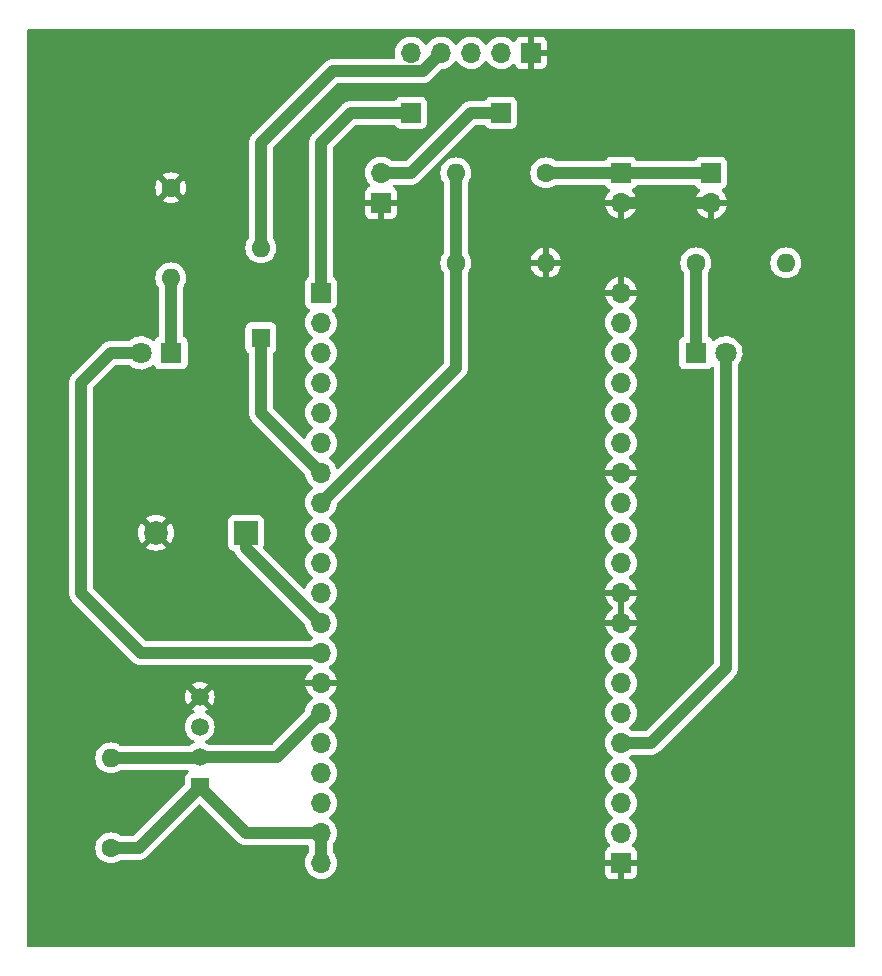
<source format=gbr>
%TF.GenerationSoftware,KiCad,Pcbnew,(6.0.5)*%
%TF.CreationDate,2022-08-03T18:34:55+02:00*%
%TF.ProjectId,Minimist1,4d696e69-6d69-4737-9431-2e6b69636164,rev?*%
%TF.SameCoordinates,Original*%
%TF.FileFunction,Copper,L2,Bot*%
%TF.FilePolarity,Positive*%
%FSLAX46Y46*%
G04 Gerber Fmt 4.6, Leading zero omitted, Abs format (unit mm)*
G04 Created by KiCad (PCBNEW (6.0.5)) date 2022-08-03 18:34:55*
%MOMM*%
%LPD*%
G01*
G04 APERTURE LIST*
%TA.AperFunction,ComponentPad*%
%ADD10R,2.000000X2.000000*%
%TD*%
%TA.AperFunction,ComponentPad*%
%ADD11C,2.000000*%
%TD*%
%TA.AperFunction,ComponentPad*%
%ADD12R,1.800000X1.800000*%
%TD*%
%TA.AperFunction,ComponentPad*%
%ADD13C,1.800000*%
%TD*%
%TA.AperFunction,ComponentPad*%
%ADD14C,1.600000*%
%TD*%
%TA.AperFunction,ComponentPad*%
%ADD15O,1.600000X1.600000*%
%TD*%
%TA.AperFunction,ComponentPad*%
%ADD16R,1.700000X1.700000*%
%TD*%
%TA.AperFunction,ComponentPad*%
%ADD17O,1.700000X1.700000*%
%TD*%
%TA.AperFunction,ComponentPad*%
%ADD18R,1.500000X1.500000*%
%TD*%
%TA.AperFunction,ComponentPad*%
%ADD19C,1.500000*%
%TD*%
%TA.AperFunction,ComponentPad*%
%ADD20R,1.600000X1.600000*%
%TD*%
%TA.AperFunction,Conductor*%
%ADD21C,1.000000*%
%TD*%
G04 APERTURE END LIST*
D10*
%TO.P,BZ1,1,-*%
%TO.N,/Buzzer*%
X158740000Y-86360000D03*
D11*
%TO.P,BZ1,2,+*%
%TO.N,GND*%
X151140000Y-86360000D03*
%TD*%
D12*
%TO.P,LED1,1,K*%
%TO.N,Net-(LED1-Pad1)*%
X152400000Y-71120000D03*
D13*
%TO.P,LED1,2,A*%
%TO.N,Net-(J1-Pad13)*%
X149860000Y-71120000D03*
%TD*%
D12*
%TO.P,D2,1,K*%
%TO.N,Net-(D2-Pad1)*%
X196850000Y-71120000D03*
D13*
%TO.P,D2,2,A*%
%TO.N,Net-(D2-Pad2)*%
X199390000Y-71120000D03*
%TD*%
D14*
%TO.P,R3,1*%
%TO.N,Net-(D2-Pad1)*%
X196850000Y-63500000D03*
D15*
%TO.P,R3,2*%
%TO.N,0*%
X204470000Y-63500000D03*
%TD*%
D16*
%TO.P,J3,1,Pin_1*%
%TO.N,GND*%
X190500000Y-114300000D03*
D17*
%TO.P,J3,2,Pin_2*%
%TO.N,unconnected-(J3-Pad2)*%
X190500000Y-111760000D03*
%TO.P,J3,3,Pin_3*%
%TO.N,unconnected-(J3-Pad3)*%
X190500000Y-109220000D03*
%TO.P,J3,4,Pin_4*%
%TO.N,unconnected-(J3-Pad4)*%
X190500000Y-106680000D03*
%TO.P,J3,5,Pin_5*%
%TO.N,Net-(D2-Pad2)*%
X190500000Y-104140000D03*
%TO.P,J3,6,Pin_6*%
%TO.N,unconnected-(J3-Pad6)*%
X190500000Y-101600000D03*
%TO.P,J3,7,Pin_7*%
%TO.N,unconnected-(J3-Pad7)*%
X190500000Y-99060000D03*
%TO.P,J3,8,Pin_8*%
%TO.N,unconnected-(J3-Pad8)*%
X190500000Y-96520000D03*
%TO.P,J3,9,Pin_9*%
%TO.N,GND*%
X190500000Y-93980000D03*
%TO.P,J3,10,Pin_10*%
X190500000Y-91440000D03*
%TO.P,J3,11,Pin_11*%
%TO.N,unconnected-(J3-Pad11)*%
X190500000Y-88900000D03*
%TO.P,J3,12,Pin_12*%
%TO.N,unconnected-(J3-Pad12)*%
X190500000Y-86360000D03*
%TO.P,J3,13,Pin_13*%
%TO.N,unconnected-(J3-Pad13)*%
X190500000Y-83820000D03*
%TO.P,J3,14,Pin_14*%
%TO.N,GND*%
X190500000Y-81280000D03*
%TO.P,J3,15,Pin_15*%
%TO.N,unconnected-(J3-Pad15)*%
X190500000Y-78740000D03*
%TO.P,J3,16,Pin_16*%
%TO.N,unconnected-(J3-Pad16)*%
X190500000Y-76200000D03*
%TO.P,J3,17,Pin_17*%
%TO.N,unconnected-(J3-Pad17)*%
X190500000Y-73660000D03*
%TO.P,J3,18,Pin_18*%
%TO.N,unconnected-(J3-Pad18)*%
X190500000Y-71120000D03*
%TO.P,J3,19,Pin_19*%
%TO.N,unconnected-(J3-Pad19)*%
X190500000Y-68580000D03*
%TO.P,J3,20,Pin_20*%
%TO.N,GND*%
X190500000Y-66040000D03*
%TD*%
D14*
%TO.P,R2,1*%
%TO.N,GND*%
X152400000Y-57150000D03*
D15*
%TO.P,R2,2*%
%TO.N,Net-(LED1-Pad1)*%
X152400000Y-64770000D03*
%TD*%
D14*
%TO.P,R1,1*%
%TO.N,VCC*%
X147320000Y-113030000D03*
D15*
%TO.P,R1,2*%
%TO.N,/DHT11_IN*%
X147320000Y-105410000D03*
%TD*%
D18*
%TO.P,U1,1,VCC*%
%TO.N,VCC*%
X154842500Y-107852500D03*
D19*
%TO.P,U1,2,IO*%
%TO.N,/DHT11_IN*%
X154842500Y-105312500D03*
%TO.P,U1,3,NC*%
%TO.N,unconnected-(U1-Pad3)*%
X154842500Y-102772500D03*
%TO.P,U1,4,GND*%
%TO.N,GND*%
X154842500Y-100232500D03*
%TD*%
D20*
%TO.P,D3,1,K*%
%TO.N,Net-(D3-Pad1)*%
X160020000Y-69850000D03*
D15*
%TO.P,D3,2,A*%
%TO.N,/Solar*%
X160020000Y-62230000D03*
%TD*%
D16*
%TO.P,J2,1,Pin_1*%
%TO.N,GND*%
X182880000Y-45720000D03*
D17*
%TO.P,J2,2,Pin_2*%
%TO.N,unconnected-(J2-Pad2)*%
X180340000Y-45720000D03*
%TO.P,J2,3,Pin_3*%
%TO.N,unconnected-(J2-Pad3)*%
X177800000Y-45720000D03*
%TO.P,J2,4,Pin_4*%
%TO.N,/Solar*%
X175260000Y-45720000D03*
%TO.P,J2,5,Pin_5*%
%TO.N,unconnected-(J2-Pad5)*%
X172720000Y-45720000D03*
%TD*%
D16*
%TO.P,J1,1,Pin_1*%
%TO.N,/3.3V*%
X165100000Y-66040000D03*
D17*
%TO.P,J1,2,Pin_2*%
%TO.N,unconnected-(J1-Pad2)*%
X165100000Y-68580000D03*
%TO.P,J1,3,Pin_3*%
%TO.N,unconnected-(J1-Pad3)*%
X165100000Y-71120000D03*
%TO.P,J1,4,Pin_4*%
%TO.N,unconnected-(J1-Pad4)*%
X165100000Y-73660000D03*
%TO.P,J1,5,Pin_5*%
%TO.N,unconnected-(J1-Pad5)*%
X165100000Y-76200000D03*
%TO.P,J1,6,Pin_6*%
%TO.N,unconnected-(J1-Pad6)*%
X165100000Y-78740000D03*
%TO.P,J1,7,Pin_7*%
%TO.N,Net-(D3-Pad1)*%
X165100000Y-81280000D03*
%TO.P,J1,8,Pin_8*%
%TO.N,/Battery*%
X165100000Y-83820000D03*
%TO.P,J1,9,Pin_9*%
%TO.N,unconnected-(J1-Pad9)*%
X165100000Y-86360000D03*
%TO.P,J1,10,Pin_10*%
%TO.N,unconnected-(J1-Pad10)*%
X165100000Y-88900000D03*
%TO.P,J1,11,Pin_11*%
%TO.N,unconnected-(J1-Pad11)*%
X165100000Y-91440000D03*
%TO.P,J1,12,Pin_12*%
%TO.N,/Buzzer*%
X165100000Y-93980000D03*
%TO.P,J1,13,Pin_13*%
%TO.N,Net-(J1-Pad13)*%
X165100000Y-96520000D03*
%TO.P,J1,14,Pin_14*%
%TO.N,GND*%
X165100000Y-99060000D03*
%TO.P,J1,15,Pin_15*%
%TO.N,/DHT11_IN*%
X165100000Y-101600000D03*
%TO.P,J1,16,Pin_16*%
%TO.N,unconnected-(J1-Pad16)*%
X165100000Y-104140000D03*
%TO.P,J1,17,Pin_17*%
%TO.N,unconnected-(J1-Pad17)*%
X165100000Y-106680000D03*
%TO.P,J1,18,Pin_18*%
%TO.N,unconnected-(J1-Pad18)*%
X165100000Y-109220000D03*
%TO.P,J1,19,Pin_19*%
%TO.N,VCC*%
X165100000Y-111760000D03*
%TO.P,J1,20,Pin_20*%
X165100000Y-114300000D03*
%TD*%
D14*
%TO.P,R4,1*%
%TO.N,/Battery_Vin*%
X184150000Y-55880000D03*
D15*
%TO.P,R4,2*%
%TO.N,/Battery*%
X176530000Y-55880000D03*
%TD*%
D16*
%TO.P,VoltRegIn1,1,Pin_1*%
%TO.N,/Battery_Vin*%
X190500000Y-55880000D03*
D17*
%TO.P,VoltRegIn1,2,Pin_2*%
%TO.N,GND*%
X190500000Y-58420000D03*
%TD*%
D16*
%TO.P,BatteryIn1,1,Pin_1*%
%TO.N,/Battery_Vin*%
X198120000Y-55880000D03*
D17*
%TO.P,BatteryIn1,2,Pin_2*%
%TO.N,GND*%
X198120000Y-58420000D03*
%TD*%
D16*
%TO.P,switch2,1,Pin_1*%
%TO.N,/3.3V*%
X172720000Y-50800000D03*
%TD*%
D14*
%TO.P,R5,1*%
%TO.N,/Battery*%
X176530000Y-63500000D03*
D15*
%TO.P,R5,2*%
%TO.N,GND*%
X184150000Y-63500000D03*
%TD*%
D16*
%TO.P,switch1,1,Pin_1*%
%TO.N,/Vout*%
X180340000Y-50800000D03*
%TD*%
%TO.P,VoltRegOut1,1,Pin_1*%
%TO.N,GND*%
X170180000Y-58420000D03*
D17*
%TO.P,VoltRegOut1,2,Pin_2*%
%TO.N,/Vout*%
X170180000Y-55880000D03*
%TD*%
D21*
%TO.N,GND*%
X190500000Y-58420000D02*
X198120000Y-58420000D01*
%TO.N,/Vout*%
X172720000Y-55880000D02*
X170180000Y-55880000D01*
%TO.N,/3.3V*%
X172720000Y-50800000D02*
X167640000Y-50800000D01*
%TO.N,/Buzzer*%
X158740000Y-87620000D02*
X158740000Y-86360000D01*
X165100000Y-93980000D02*
X158740000Y-87620000D01*
%TO.N,/Vout*%
X177800000Y-50800000D02*
X180340000Y-50800000D01*
%TO.N,/3.3V*%
X165100000Y-53340000D02*
X167640000Y-50800000D01*
%TO.N,/Vout*%
X172720000Y-55880000D02*
X177800000Y-50800000D01*
%TO.N,/3.3V*%
X165100000Y-66040000D02*
X165100000Y-53340000D01*
%TO.N,/Solar*%
X160020000Y-53340000D02*
X166090489Y-47269511D01*
X166090489Y-47269511D02*
X173710489Y-47269511D01*
X160020000Y-62230000D02*
X160020000Y-53340000D01*
X173710489Y-47269511D02*
X175260000Y-45720000D01*
%TO.N,/DHT11_IN*%
X165100000Y-101600000D02*
X161387500Y-105312500D01*
X161387500Y-105312500D02*
X154842500Y-105312500D01*
X147320000Y-105410000D02*
X154745000Y-105410000D01*
X154745000Y-105410000D02*
X154842500Y-105312500D01*
%TO.N,/Battery*%
X176530000Y-72390000D02*
X165100000Y-83820000D01*
X176530000Y-55880000D02*
X176530000Y-63500000D01*
X176530000Y-63500000D02*
X176530000Y-72390000D01*
%TO.N,VCC*%
X158750000Y-111760000D02*
X154842500Y-107852500D01*
X149665000Y-113030000D02*
X154842500Y-107852500D01*
X147320000Y-113030000D02*
X149665000Y-113030000D01*
X165100000Y-111760000D02*
X165100000Y-114300000D01*
X165100000Y-111760000D02*
X158750000Y-111760000D01*
%TO.N,Net-(D2-Pad2)*%
X199390000Y-97790000D02*
X199390000Y-71120000D01*
X193040000Y-104140000D02*
X199390000Y-97790000D01*
X190500000Y-104140000D02*
X193040000Y-104140000D01*
%TO.N,Net-(D2-Pad1)*%
X196850000Y-71120000D02*
X196850000Y-63500000D01*
%TO.N,/Battery_Vin*%
X184150000Y-55880000D02*
X187960000Y-55880000D01*
X190500000Y-55880000D02*
X187960000Y-55880000D01*
X198120000Y-55880000D02*
X190500000Y-55880000D01*
%TO.N,Net-(D3-Pad1)*%
X160020000Y-69850000D02*
X160020000Y-76200000D01*
X165100000Y-81280000D02*
X160020000Y-76200000D01*
%TO.N,Net-(LED1-Pad1)*%
X152400000Y-71120000D02*
X152400000Y-64770000D01*
%TO.N,Net-(J1-Pad13)*%
X149860000Y-96520000D02*
X144780000Y-91440000D01*
X144780000Y-73660000D02*
X147320000Y-71120000D01*
X165100000Y-96520000D02*
X149860000Y-96520000D01*
X144780000Y-91440000D02*
X144780000Y-73660000D01*
X147320000Y-71120000D02*
X149860000Y-71120000D01*
%TD*%
%TA.AperFunction,Conductor*%
%TO.N,GND*%
G36*
X210253621Y-43708502D02*
G01*
X210300114Y-43762158D01*
X210311500Y-43814500D01*
X210311500Y-121285500D01*
X210291498Y-121353621D01*
X210237842Y-121400114D01*
X210185500Y-121411500D01*
X140334500Y-121411500D01*
X140266379Y-121391498D01*
X140219886Y-121337842D01*
X140208500Y-121285500D01*
X140208500Y-113030000D01*
X146006502Y-113030000D01*
X146026457Y-113258087D01*
X146027881Y-113263400D01*
X146027881Y-113263402D01*
X146083942Y-113472621D01*
X146085716Y-113479243D01*
X146088039Y-113484224D01*
X146088039Y-113484225D01*
X146180151Y-113681762D01*
X146180154Y-113681767D01*
X146182477Y-113686749D01*
X146250056Y-113783262D01*
X146304281Y-113860702D01*
X146313802Y-113874300D01*
X146475700Y-114036198D01*
X146480208Y-114039355D01*
X146480211Y-114039357D01*
X146527319Y-114072342D01*
X146663251Y-114167523D01*
X146668233Y-114169846D01*
X146668238Y-114169849D01*
X146865775Y-114261961D01*
X146870757Y-114264284D01*
X146876065Y-114265706D01*
X146876067Y-114265707D01*
X147086598Y-114322119D01*
X147086600Y-114322119D01*
X147091913Y-114323543D01*
X147320000Y-114343498D01*
X147548087Y-114323543D01*
X147553400Y-114322119D01*
X147553402Y-114322119D01*
X147763933Y-114265707D01*
X147763935Y-114265706D01*
X147769243Y-114264284D01*
X147774225Y-114261961D01*
X147971762Y-114169849D01*
X147971767Y-114169846D01*
X147976749Y-114167523D01*
X148128469Y-114061287D01*
X148200740Y-114038500D01*
X149603157Y-114038500D01*
X149616764Y-114039237D01*
X149648262Y-114042659D01*
X149648267Y-114042659D01*
X149654388Y-114043324D01*
X149680638Y-114041027D01*
X149704388Y-114038950D01*
X149709214Y-114038621D01*
X149711686Y-114038500D01*
X149714769Y-114038500D01*
X149726738Y-114037326D01*
X149757506Y-114034310D01*
X149758819Y-114034188D01*
X149803084Y-114030315D01*
X149851413Y-114026087D01*
X149856532Y-114024600D01*
X149861833Y-114024080D01*
X149950834Y-113997209D01*
X149951967Y-113996874D01*
X150035414Y-113972630D01*
X150035418Y-113972628D01*
X150041336Y-113970909D01*
X150046068Y-113968456D01*
X150051169Y-113966916D01*
X150056612Y-113964022D01*
X150133260Y-113923269D01*
X150134426Y-113922657D01*
X150211453Y-113882729D01*
X150216926Y-113879892D01*
X150221089Y-113876569D01*
X150225796Y-113874066D01*
X150297918Y-113815245D01*
X150298774Y-113814554D01*
X150337973Y-113783262D01*
X150340477Y-113780758D01*
X150341195Y-113780116D01*
X150345528Y-113776415D01*
X150379062Y-113749065D01*
X150408288Y-113713737D01*
X150416277Y-113704958D01*
X154753405Y-109367830D01*
X154815717Y-109333804D01*
X154886532Y-109338869D01*
X154931595Y-109367830D01*
X157993149Y-112429384D01*
X158002251Y-112439527D01*
X158025968Y-112469025D01*
X158064446Y-112501312D01*
X158068062Y-112504467D01*
X158069888Y-112506123D01*
X158072074Y-112508309D01*
X158074454Y-112510264D01*
X158074464Y-112510273D01*
X158105268Y-112535576D01*
X158106283Y-112536418D01*
X158177474Y-112596154D01*
X158182148Y-112598723D01*
X158186261Y-112602102D01*
X158255619Y-112639291D01*
X158268047Y-112645955D01*
X158269177Y-112646568D01*
X158350787Y-112691433D01*
X158355869Y-112693045D01*
X158360563Y-112695562D01*
X158449531Y-112722762D01*
X158450559Y-112723082D01*
X158539306Y-112751235D01*
X158544602Y-112751829D01*
X158549698Y-112753387D01*
X158642222Y-112762785D01*
X158643342Y-112762905D01*
X158676664Y-112766642D01*
X158689730Y-112768108D01*
X158689734Y-112768108D01*
X158693227Y-112768500D01*
X158696754Y-112768500D01*
X158697757Y-112768556D01*
X158703441Y-112769003D01*
X158728857Y-112771585D01*
X158740336Y-112772751D01*
X158740338Y-112772751D01*
X158746462Y-112773373D01*
X158792101Y-112769059D01*
X158803957Y-112768500D01*
X163965500Y-112768500D01*
X164033621Y-112788502D01*
X164080114Y-112842158D01*
X164091500Y-112894500D01*
X164091500Y-113338381D01*
X164071498Y-113406502D01*
X164056594Y-113425432D01*
X164040629Y-113442138D01*
X163914743Y-113626680D01*
X163878408Y-113704958D01*
X163827191Y-113815296D01*
X163820688Y-113829305D01*
X163760989Y-114044570D01*
X163737251Y-114266695D01*
X163737548Y-114271848D01*
X163737548Y-114271851D01*
X163743011Y-114366590D01*
X163750110Y-114489715D01*
X163751247Y-114494761D01*
X163751248Y-114494767D01*
X163765606Y-114558475D01*
X163799222Y-114707639D01*
X163883266Y-114914616D01*
X163999987Y-115105088D01*
X164146250Y-115273938D01*
X164318126Y-115416632D01*
X164511000Y-115529338D01*
X164719692Y-115609030D01*
X164724760Y-115610061D01*
X164724763Y-115610062D01*
X164832017Y-115631883D01*
X164938597Y-115653567D01*
X164943772Y-115653757D01*
X164943774Y-115653757D01*
X165156673Y-115661564D01*
X165156677Y-115661564D01*
X165161837Y-115661753D01*
X165166957Y-115661097D01*
X165166959Y-115661097D01*
X165378288Y-115634025D01*
X165378289Y-115634025D01*
X165383416Y-115633368D01*
X165388366Y-115631883D01*
X165592429Y-115570661D01*
X165592434Y-115570659D01*
X165597384Y-115569174D01*
X165797994Y-115470896D01*
X165979860Y-115341173D01*
X166126877Y-115194669D01*
X189142001Y-115194669D01*
X189142371Y-115201490D01*
X189147895Y-115252352D01*
X189151521Y-115267604D01*
X189196676Y-115388054D01*
X189205214Y-115403649D01*
X189281715Y-115505724D01*
X189294276Y-115518285D01*
X189396351Y-115594786D01*
X189411946Y-115603324D01*
X189532394Y-115648478D01*
X189547649Y-115652105D01*
X189598514Y-115657631D01*
X189605328Y-115658000D01*
X190227885Y-115658000D01*
X190243124Y-115653525D01*
X190244329Y-115652135D01*
X190246000Y-115644452D01*
X190246000Y-115639884D01*
X190754000Y-115639884D01*
X190758475Y-115655123D01*
X190759865Y-115656328D01*
X190767548Y-115657999D01*
X191394669Y-115657999D01*
X191401490Y-115657629D01*
X191452352Y-115652105D01*
X191467604Y-115648479D01*
X191588054Y-115603324D01*
X191603649Y-115594786D01*
X191705724Y-115518285D01*
X191718285Y-115505724D01*
X191794786Y-115403649D01*
X191803324Y-115388054D01*
X191848478Y-115267606D01*
X191852105Y-115252351D01*
X191857631Y-115201486D01*
X191858000Y-115194672D01*
X191858000Y-114572115D01*
X191853525Y-114556876D01*
X191852135Y-114555671D01*
X191844452Y-114554000D01*
X190772115Y-114554000D01*
X190756876Y-114558475D01*
X190755671Y-114559865D01*
X190754000Y-114567548D01*
X190754000Y-115639884D01*
X190246000Y-115639884D01*
X190246000Y-114572115D01*
X190241525Y-114556876D01*
X190240135Y-114555671D01*
X190232452Y-114554000D01*
X189160116Y-114554000D01*
X189144877Y-114558475D01*
X189143672Y-114559865D01*
X189142001Y-114567548D01*
X189142001Y-115194669D01*
X166126877Y-115194669D01*
X166138096Y-115183489D01*
X166197594Y-115100689D01*
X166265435Y-115006277D01*
X166268453Y-115002077D01*
X166367430Y-114801811D01*
X166432370Y-114588069D01*
X166461529Y-114366590D01*
X166463156Y-114300000D01*
X166444852Y-114077361D01*
X166390431Y-113860702D01*
X166301354Y-113655840D01*
X166180014Y-113468277D01*
X166160124Y-113446418D01*
X166141306Y-113425737D01*
X166110254Y-113361891D01*
X166108500Y-113340938D01*
X166108500Y-112723970D01*
X166128502Y-112655849D01*
X166136460Y-112645120D01*
X166138096Y-112643489D01*
X166268453Y-112462077D01*
X166312354Y-112373251D01*
X166365136Y-112266453D01*
X166365137Y-112266451D01*
X166367430Y-112261811D01*
X166432370Y-112048069D01*
X166461529Y-111826590D01*
X166462227Y-111798039D01*
X166463074Y-111763365D01*
X166463074Y-111763361D01*
X166463156Y-111760000D01*
X166460418Y-111726695D01*
X189137251Y-111726695D01*
X189137548Y-111731848D01*
X189137548Y-111731851D01*
X189143011Y-111826590D01*
X189150110Y-111949715D01*
X189151247Y-111954761D01*
X189151248Y-111954767D01*
X189166806Y-112023802D01*
X189199222Y-112167639D01*
X189283266Y-112374616D01*
X189285965Y-112379020D01*
X189362839Y-112504467D01*
X189399987Y-112565088D01*
X189546250Y-112733938D01*
X189550225Y-112737238D01*
X189550231Y-112737244D01*
X189555425Y-112741556D01*
X189595059Y-112800460D01*
X189596555Y-112871441D01*
X189559439Y-112931962D01*
X189519168Y-112956480D01*
X189411946Y-112996676D01*
X189396351Y-113005214D01*
X189294276Y-113081715D01*
X189281715Y-113094276D01*
X189205214Y-113196351D01*
X189196676Y-113211946D01*
X189151522Y-113332394D01*
X189147895Y-113347649D01*
X189142369Y-113398514D01*
X189142000Y-113405328D01*
X189142000Y-114027885D01*
X189146475Y-114043124D01*
X189147865Y-114044329D01*
X189155548Y-114046000D01*
X191839884Y-114046000D01*
X191855123Y-114041525D01*
X191856328Y-114040135D01*
X191857999Y-114032452D01*
X191857999Y-113405331D01*
X191857629Y-113398510D01*
X191852105Y-113347648D01*
X191848479Y-113332396D01*
X191803324Y-113211946D01*
X191794786Y-113196351D01*
X191718285Y-113094276D01*
X191705724Y-113081715D01*
X191603649Y-113005214D01*
X191588054Y-112996676D01*
X191477813Y-112955348D01*
X191421049Y-112912706D01*
X191396349Y-112846145D01*
X191411557Y-112776796D01*
X191433104Y-112748115D01*
X191534430Y-112647144D01*
X191534440Y-112647132D01*
X191538096Y-112643489D01*
X191567836Y-112602102D01*
X191665435Y-112466277D01*
X191668453Y-112462077D01*
X191712354Y-112373251D01*
X191765136Y-112266453D01*
X191765137Y-112266451D01*
X191767430Y-112261811D01*
X191832370Y-112048069D01*
X191861529Y-111826590D01*
X191862227Y-111798039D01*
X191863074Y-111763365D01*
X191863074Y-111763361D01*
X191863156Y-111760000D01*
X191844852Y-111537361D01*
X191790431Y-111320702D01*
X191701354Y-111115840D01*
X191580014Y-110928277D01*
X191429670Y-110763051D01*
X191425619Y-110759852D01*
X191425615Y-110759848D01*
X191258414Y-110627800D01*
X191258410Y-110627798D01*
X191254359Y-110624598D01*
X191213053Y-110601796D01*
X191163084Y-110551364D01*
X191148312Y-110481921D01*
X191173428Y-110415516D01*
X191200780Y-110388909D01*
X191244603Y-110357650D01*
X191379860Y-110261173D01*
X191538096Y-110103489D01*
X191597594Y-110020689D01*
X191665435Y-109926277D01*
X191668453Y-109922077D01*
X191767430Y-109721811D01*
X191832370Y-109508069D01*
X191861529Y-109286590D01*
X191863156Y-109220000D01*
X191844852Y-108997361D01*
X191790431Y-108780702D01*
X191701354Y-108575840D01*
X191580014Y-108388277D01*
X191429670Y-108223051D01*
X191425619Y-108219852D01*
X191425615Y-108219848D01*
X191258414Y-108087800D01*
X191258410Y-108087798D01*
X191254359Y-108084598D01*
X191213053Y-108061796D01*
X191163084Y-108011364D01*
X191148312Y-107941921D01*
X191173428Y-107875516D01*
X191200780Y-107848909D01*
X191244603Y-107817650D01*
X191379860Y-107721173D01*
X191416395Y-107684766D01*
X191534435Y-107567137D01*
X191538096Y-107563489D01*
X191597594Y-107480689D01*
X191665435Y-107386277D01*
X191668453Y-107382077D01*
X191767430Y-107181811D01*
X191807183Y-107050969D01*
X191830865Y-106973023D01*
X191830865Y-106973021D01*
X191832370Y-106968069D01*
X191861529Y-106746590D01*
X191863156Y-106680000D01*
X191844852Y-106457361D01*
X191790431Y-106240702D01*
X191701354Y-106035840D01*
X191661906Y-105974862D01*
X191582822Y-105852617D01*
X191582820Y-105852614D01*
X191580014Y-105848277D01*
X191429670Y-105683051D01*
X191425619Y-105679852D01*
X191425615Y-105679848D01*
X191258414Y-105547800D01*
X191258410Y-105547798D01*
X191254359Y-105544598D01*
X191213053Y-105521796D01*
X191163084Y-105471364D01*
X191148312Y-105401921D01*
X191173428Y-105335516D01*
X191200780Y-105308909D01*
X191375651Y-105184175D01*
X191379860Y-105181173D01*
X191382886Y-105178157D01*
X191447588Y-105149570D01*
X191463976Y-105148500D01*
X192978157Y-105148500D01*
X192991764Y-105149237D01*
X193023262Y-105152659D01*
X193023267Y-105152659D01*
X193029388Y-105153324D01*
X193055638Y-105151027D01*
X193079388Y-105148950D01*
X193084214Y-105148621D01*
X193086686Y-105148500D01*
X193089769Y-105148500D01*
X193101738Y-105147326D01*
X193132506Y-105144310D01*
X193133819Y-105144188D01*
X193178084Y-105140315D01*
X193226413Y-105136087D01*
X193231532Y-105134600D01*
X193236833Y-105134080D01*
X193325834Y-105107209D01*
X193326967Y-105106874D01*
X193410414Y-105082630D01*
X193410418Y-105082628D01*
X193416336Y-105080909D01*
X193421068Y-105078456D01*
X193426169Y-105076916D01*
X193431612Y-105074022D01*
X193508260Y-105033269D01*
X193509426Y-105032657D01*
X193586453Y-104992729D01*
X193591926Y-104989892D01*
X193596089Y-104986569D01*
X193600796Y-104984066D01*
X193672918Y-104925245D01*
X193673774Y-104924554D01*
X193712973Y-104893262D01*
X193715477Y-104890758D01*
X193716195Y-104890116D01*
X193720528Y-104886415D01*
X193754062Y-104859065D01*
X193771954Y-104837438D01*
X193783287Y-104823738D01*
X193791277Y-104814958D01*
X200059379Y-98546855D01*
X200069522Y-98537753D01*
X200094218Y-98517897D01*
X200099025Y-98514032D01*
X200131292Y-98475578D01*
X200134472Y-98471931D01*
X200136115Y-98470119D01*
X200138309Y-98467925D01*
X200165642Y-98434651D01*
X200166348Y-98433800D01*
X200177433Y-98420590D01*
X200226154Y-98362526D01*
X200228722Y-98357856D01*
X200232103Y-98353739D01*
X200275977Y-98271914D01*
X200276606Y-98270755D01*
X200318462Y-98194619D01*
X200318465Y-98194611D01*
X200321433Y-98189213D01*
X200323045Y-98184131D01*
X200325562Y-98179437D01*
X200352762Y-98090469D01*
X200353108Y-98089358D01*
X200360125Y-98067240D01*
X200381235Y-98000694D01*
X200381829Y-97995398D01*
X200383387Y-97990302D01*
X200392790Y-97897743D01*
X200392911Y-97896607D01*
X200398500Y-97846773D01*
X200398500Y-97843246D01*
X200398555Y-97842261D01*
X200399002Y-97836581D01*
X200402596Y-97801195D01*
X200402752Y-97799663D01*
X200402752Y-97799661D01*
X200403374Y-97793538D01*
X200399059Y-97747891D01*
X200398500Y-97736033D01*
X200398500Y-72155892D01*
X200418502Y-72087771D01*
X200435560Y-72066641D01*
X200462642Y-72039653D01*
X200466303Y-72036005D01*
X200601458Y-71847917D01*
X200659821Y-71729829D01*
X200701784Y-71644922D01*
X200701785Y-71644920D01*
X200704078Y-71640280D01*
X200771408Y-71418671D01*
X200801640Y-71189041D01*
X200802635Y-71148308D01*
X200803245Y-71123365D01*
X200803245Y-71123361D01*
X200803327Y-71120000D01*
X200794994Y-71018642D01*
X200784773Y-70894318D01*
X200784772Y-70894312D01*
X200784349Y-70889167D01*
X200733247Y-70685720D01*
X200729184Y-70669544D01*
X200729183Y-70669540D01*
X200727925Y-70664533D01*
X200725866Y-70659797D01*
X200637630Y-70456868D01*
X200637628Y-70456865D01*
X200635570Y-70452131D01*
X200509764Y-70257665D01*
X200353887Y-70086358D01*
X200349836Y-70083159D01*
X200349832Y-70083155D01*
X200176177Y-69946011D01*
X200176172Y-69946008D01*
X200172123Y-69942810D01*
X200167607Y-69940317D01*
X200167604Y-69940315D01*
X199973879Y-69833373D01*
X199973875Y-69833371D01*
X199969355Y-69830876D01*
X199964486Y-69829152D01*
X199964482Y-69829150D01*
X199755903Y-69755288D01*
X199755899Y-69755287D01*
X199751028Y-69753562D01*
X199745935Y-69752655D01*
X199745932Y-69752654D01*
X199528095Y-69713851D01*
X199528089Y-69713850D01*
X199523006Y-69712945D01*
X199450096Y-69712054D01*
X199296581Y-69710179D01*
X199296579Y-69710179D01*
X199291411Y-69710116D01*
X199062464Y-69745150D01*
X198842314Y-69817106D01*
X198837726Y-69819494D01*
X198837722Y-69819496D01*
X198661245Y-69911364D01*
X198636872Y-69924052D01*
X198632739Y-69927155D01*
X198632736Y-69927157D01*
X198484319Y-70038592D01*
X198451655Y-70063117D01*
X198442641Y-70072550D01*
X198434170Y-70081414D01*
X198372646Y-70116844D01*
X198301733Y-70113387D01*
X198243947Y-70072141D01*
X198225094Y-70038592D01*
X198203768Y-69981705D01*
X198203767Y-69981703D01*
X198200615Y-69973295D01*
X198113261Y-69856739D01*
X197996705Y-69769385D01*
X197986092Y-69765406D01*
X197940270Y-69748228D01*
X197883505Y-69705586D01*
X197858806Y-69639024D01*
X197858500Y-69630246D01*
X197858500Y-64380740D01*
X197881287Y-64308469D01*
X197984366Y-64161257D01*
X197987523Y-64156749D01*
X197989846Y-64151767D01*
X197989849Y-64151762D01*
X198081961Y-63954225D01*
X198081961Y-63954224D01*
X198084284Y-63949243D01*
X198090593Y-63925700D01*
X198142119Y-63733402D01*
X198142119Y-63733400D01*
X198143543Y-63728087D01*
X198163498Y-63500000D01*
X203156502Y-63500000D01*
X203176457Y-63728087D01*
X203177881Y-63733400D01*
X203177881Y-63733402D01*
X203229408Y-63925700D01*
X203235716Y-63949243D01*
X203238039Y-63954224D01*
X203238039Y-63954225D01*
X203330151Y-64151762D01*
X203330154Y-64151767D01*
X203332477Y-64156749D01*
X203335634Y-64161257D01*
X203443829Y-64315775D01*
X203463802Y-64344300D01*
X203625700Y-64506198D01*
X203630208Y-64509355D01*
X203630211Y-64509357D01*
X203676706Y-64541913D01*
X203813251Y-64637523D01*
X203818233Y-64639846D01*
X203818238Y-64639849D01*
X204012125Y-64730259D01*
X204020757Y-64734284D01*
X204026065Y-64735706D01*
X204026067Y-64735707D01*
X204236598Y-64792119D01*
X204236600Y-64792119D01*
X204241913Y-64793543D01*
X204470000Y-64813498D01*
X204698087Y-64793543D01*
X204703400Y-64792119D01*
X204703402Y-64792119D01*
X204913933Y-64735707D01*
X204913935Y-64735706D01*
X204919243Y-64734284D01*
X204927875Y-64730259D01*
X205121762Y-64639849D01*
X205121767Y-64639846D01*
X205126749Y-64637523D01*
X205263294Y-64541913D01*
X205309789Y-64509357D01*
X205309792Y-64509355D01*
X205314300Y-64506198D01*
X205476198Y-64344300D01*
X205496172Y-64315775D01*
X205604366Y-64161257D01*
X205607523Y-64156749D01*
X205609846Y-64151767D01*
X205609849Y-64151762D01*
X205701961Y-63954225D01*
X205701961Y-63954224D01*
X205704284Y-63949243D01*
X205710593Y-63925700D01*
X205762119Y-63733402D01*
X205762119Y-63733400D01*
X205763543Y-63728087D01*
X205783498Y-63500000D01*
X205763543Y-63271913D01*
X205753244Y-63233478D01*
X205705707Y-63056067D01*
X205705706Y-63056065D01*
X205704284Y-63050757D01*
X205701961Y-63045775D01*
X205609849Y-62848238D01*
X205609846Y-62848233D01*
X205607523Y-62843251D01*
X205501287Y-62691531D01*
X205479357Y-62660211D01*
X205479355Y-62660208D01*
X205476198Y-62655700D01*
X205314300Y-62493802D01*
X205309792Y-62490645D01*
X205309789Y-62490643D01*
X205231611Y-62435902D01*
X205126749Y-62362477D01*
X205121767Y-62360154D01*
X205121762Y-62360151D01*
X204924225Y-62268039D01*
X204924224Y-62268039D01*
X204919243Y-62265716D01*
X204913935Y-62264294D01*
X204913933Y-62264293D01*
X204703402Y-62207881D01*
X204703400Y-62207881D01*
X204698087Y-62206457D01*
X204470000Y-62186502D01*
X204241913Y-62206457D01*
X204236600Y-62207881D01*
X204236598Y-62207881D01*
X204026067Y-62264293D01*
X204026065Y-62264294D01*
X204020757Y-62265716D01*
X204015776Y-62268039D01*
X204015775Y-62268039D01*
X203818238Y-62360151D01*
X203818233Y-62360154D01*
X203813251Y-62362477D01*
X203708389Y-62435902D01*
X203630211Y-62490643D01*
X203630208Y-62490645D01*
X203625700Y-62493802D01*
X203463802Y-62655700D01*
X203460645Y-62660208D01*
X203460643Y-62660211D01*
X203438713Y-62691531D01*
X203332477Y-62843251D01*
X203330154Y-62848233D01*
X203330151Y-62848238D01*
X203238039Y-63045775D01*
X203235716Y-63050757D01*
X203234294Y-63056065D01*
X203234293Y-63056067D01*
X203186756Y-63233478D01*
X203176457Y-63271913D01*
X203156502Y-63500000D01*
X198163498Y-63500000D01*
X198143543Y-63271913D01*
X198133244Y-63233478D01*
X198085707Y-63056067D01*
X198085706Y-63056065D01*
X198084284Y-63050757D01*
X198081961Y-63045775D01*
X197989849Y-62848238D01*
X197989846Y-62848233D01*
X197987523Y-62843251D01*
X197881287Y-62691531D01*
X197859357Y-62660211D01*
X197859355Y-62660208D01*
X197856198Y-62655700D01*
X197694300Y-62493802D01*
X197689792Y-62490645D01*
X197689789Y-62490643D01*
X197611611Y-62435902D01*
X197506749Y-62362477D01*
X197501767Y-62360154D01*
X197501762Y-62360151D01*
X197304225Y-62268039D01*
X197304224Y-62268039D01*
X197299243Y-62265716D01*
X197293935Y-62264294D01*
X197293933Y-62264293D01*
X197083402Y-62207881D01*
X197083400Y-62207881D01*
X197078087Y-62206457D01*
X196850000Y-62186502D01*
X196621913Y-62206457D01*
X196616600Y-62207881D01*
X196616598Y-62207881D01*
X196406067Y-62264293D01*
X196406065Y-62264294D01*
X196400757Y-62265716D01*
X196395776Y-62268039D01*
X196395775Y-62268039D01*
X196198238Y-62360151D01*
X196198233Y-62360154D01*
X196193251Y-62362477D01*
X196088389Y-62435902D01*
X196010211Y-62490643D01*
X196010208Y-62490645D01*
X196005700Y-62493802D01*
X195843802Y-62655700D01*
X195840645Y-62660208D01*
X195840643Y-62660211D01*
X195818713Y-62691531D01*
X195712477Y-62843251D01*
X195710154Y-62848233D01*
X195710151Y-62848238D01*
X195618039Y-63045775D01*
X195615716Y-63050757D01*
X195614294Y-63056065D01*
X195614293Y-63056067D01*
X195566756Y-63233478D01*
X195556457Y-63271913D01*
X195536502Y-63500000D01*
X195556457Y-63728087D01*
X195557881Y-63733400D01*
X195557881Y-63733402D01*
X195609408Y-63925700D01*
X195615716Y-63949243D01*
X195618039Y-63954224D01*
X195618039Y-63954225D01*
X195710151Y-64151762D01*
X195710154Y-64151767D01*
X195712477Y-64156749D01*
X195715634Y-64161257D01*
X195818713Y-64308469D01*
X195841500Y-64380740D01*
X195841500Y-69630246D01*
X195821498Y-69698367D01*
X195767842Y-69744860D01*
X195759730Y-69748228D01*
X195713908Y-69765406D01*
X195703295Y-69769385D01*
X195586739Y-69856739D01*
X195499385Y-69973295D01*
X195448255Y-70109684D01*
X195441500Y-70171866D01*
X195441500Y-72068134D01*
X195448255Y-72130316D01*
X195499385Y-72266705D01*
X195586739Y-72383261D01*
X195703295Y-72470615D01*
X195839684Y-72521745D01*
X195901866Y-72528500D01*
X197798134Y-72528500D01*
X197860316Y-72521745D01*
X197996705Y-72470615D01*
X198113261Y-72383261D01*
X198139770Y-72347891D01*
X198154674Y-72328004D01*
X198211533Y-72285489D01*
X198282352Y-72280463D01*
X198344645Y-72314523D01*
X198378635Y-72376854D01*
X198381500Y-72403569D01*
X198381500Y-97320075D01*
X198361498Y-97388196D01*
X198344595Y-97409170D01*
X192659171Y-103094595D01*
X192596859Y-103128621D01*
X192570076Y-103131500D01*
X191458799Y-103131500D01*
X191390678Y-103111498D01*
X191380707Y-103104382D01*
X191258414Y-103007800D01*
X191258410Y-103007798D01*
X191254359Y-103004598D01*
X191213053Y-102981796D01*
X191163084Y-102931364D01*
X191148312Y-102861921D01*
X191173428Y-102795516D01*
X191200780Y-102768909D01*
X191244603Y-102737650D01*
X191379860Y-102641173D01*
X191538096Y-102483489D01*
X191597594Y-102400689D01*
X191665435Y-102306277D01*
X191668453Y-102302077D01*
X191748138Y-102140847D01*
X191765136Y-102106453D01*
X191765137Y-102106451D01*
X191767430Y-102101811D01*
X191832370Y-101888069D01*
X191861529Y-101666590D01*
X191863156Y-101600000D01*
X191844852Y-101377361D01*
X191790431Y-101160702D01*
X191701354Y-100955840D01*
X191580014Y-100768277D01*
X191429670Y-100603051D01*
X191425619Y-100599852D01*
X191425615Y-100599848D01*
X191258414Y-100467800D01*
X191258410Y-100467798D01*
X191254359Y-100464598D01*
X191213053Y-100441796D01*
X191163084Y-100391364D01*
X191148312Y-100321921D01*
X191173428Y-100255516D01*
X191200780Y-100228909D01*
X191244603Y-100197650D01*
X191379860Y-100101173D01*
X191538096Y-99943489D01*
X191597594Y-99860689D01*
X191665435Y-99766277D01*
X191668453Y-99762077D01*
X191767430Y-99561811D01*
X191832370Y-99348069D01*
X191861529Y-99126590D01*
X191863156Y-99060000D01*
X191844852Y-98837361D01*
X191790431Y-98620702D01*
X191701354Y-98415840D01*
X191580014Y-98228277D01*
X191429670Y-98063051D01*
X191425619Y-98059852D01*
X191425615Y-98059848D01*
X191258414Y-97927800D01*
X191258410Y-97927798D01*
X191254359Y-97924598D01*
X191213053Y-97901796D01*
X191163084Y-97851364D01*
X191148312Y-97781921D01*
X191173428Y-97715516D01*
X191200780Y-97688909D01*
X191244603Y-97657650D01*
X191379860Y-97561173D01*
X191392576Y-97548502D01*
X191488216Y-97453195D01*
X191538096Y-97403489D01*
X191572110Y-97356154D01*
X191665435Y-97226277D01*
X191668453Y-97222077D01*
X191679601Y-97199522D01*
X191765136Y-97026453D01*
X191765137Y-97026451D01*
X191767430Y-97021811D01*
X191832370Y-96808069D01*
X191861529Y-96586590D01*
X191863156Y-96520000D01*
X191844852Y-96297361D01*
X191790431Y-96080702D01*
X191701354Y-95875840D01*
X191580014Y-95688277D01*
X191429670Y-95523051D01*
X191425619Y-95519852D01*
X191425615Y-95519848D01*
X191258414Y-95387800D01*
X191258410Y-95387798D01*
X191254359Y-95384598D01*
X191212569Y-95361529D01*
X191162598Y-95311097D01*
X191147826Y-95241654D01*
X191172942Y-95175248D01*
X191200294Y-95148641D01*
X191375328Y-95023792D01*
X191383200Y-95017139D01*
X191534052Y-94866812D01*
X191540730Y-94858965D01*
X191665003Y-94686020D01*
X191670313Y-94677183D01*
X191764670Y-94486267D01*
X191768469Y-94476672D01*
X191830377Y-94272910D01*
X191832555Y-94262837D01*
X191833986Y-94251962D01*
X191831775Y-94237778D01*
X191818617Y-94234000D01*
X189183225Y-94234000D01*
X189169694Y-94237973D01*
X189168257Y-94247966D01*
X189198565Y-94382446D01*
X189201645Y-94392275D01*
X189281770Y-94589603D01*
X189286413Y-94598794D01*
X189397694Y-94780388D01*
X189403777Y-94788699D01*
X189543213Y-94949667D01*
X189550580Y-94956883D01*
X189714434Y-95092916D01*
X189722881Y-95098831D01*
X189791969Y-95139203D01*
X189840693Y-95190842D01*
X189853764Y-95260625D01*
X189827033Y-95326396D01*
X189786584Y-95359752D01*
X189773607Y-95366507D01*
X189769474Y-95369610D01*
X189769471Y-95369612D01*
X189607134Y-95491498D01*
X189594965Y-95500635D01*
X189440629Y-95662138D01*
X189314743Y-95846680D01*
X189220688Y-96049305D01*
X189160989Y-96264570D01*
X189137251Y-96486695D01*
X189137548Y-96491848D01*
X189137548Y-96491851D01*
X189143011Y-96586590D01*
X189150110Y-96709715D01*
X189151247Y-96714761D01*
X189151248Y-96714767D01*
X189171119Y-96802939D01*
X189199222Y-96927639D01*
X189283266Y-97134616D01*
X189285965Y-97139020D01*
X189366392Y-97270265D01*
X189399987Y-97325088D01*
X189546250Y-97493938D01*
X189718126Y-97636632D01*
X189788595Y-97677811D01*
X189791445Y-97679476D01*
X189840169Y-97731114D01*
X189853240Y-97800897D01*
X189826509Y-97866669D01*
X189786055Y-97900027D01*
X189773607Y-97906507D01*
X189769474Y-97909610D01*
X189769471Y-97909612D01*
X189599100Y-98037530D01*
X189594965Y-98040635D01*
X189591393Y-98044373D01*
X189458361Y-98183583D01*
X189440629Y-98202138D01*
X189437715Y-98206410D01*
X189437714Y-98206411D01*
X189425404Y-98224457D01*
X189314743Y-98386680D01*
X189275313Y-98471626D01*
X189240393Y-98546855D01*
X189220688Y-98589305D01*
X189160989Y-98804570D01*
X189137251Y-99026695D01*
X189137548Y-99031848D01*
X189137548Y-99031851D01*
X189143011Y-99126590D01*
X189150110Y-99249715D01*
X189151247Y-99254761D01*
X189151248Y-99254767D01*
X189164597Y-99314000D01*
X189199222Y-99467639D01*
X189283266Y-99674616D01*
X189285965Y-99679020D01*
X189397163Y-99860479D01*
X189399987Y-99865088D01*
X189546250Y-100033938D01*
X189718126Y-100176632D01*
X189788595Y-100217811D01*
X189791445Y-100219476D01*
X189840169Y-100271114D01*
X189853240Y-100340897D01*
X189826509Y-100406669D01*
X189786055Y-100440027D01*
X189773607Y-100446507D01*
X189769474Y-100449610D01*
X189769471Y-100449612D01*
X189745247Y-100467800D01*
X189594965Y-100580635D01*
X189440629Y-100742138D01*
X189314743Y-100926680D01*
X189220688Y-101129305D01*
X189160989Y-101344570D01*
X189137251Y-101566695D01*
X189137548Y-101571848D01*
X189137548Y-101571851D01*
X189143011Y-101666590D01*
X189150110Y-101789715D01*
X189151247Y-101794761D01*
X189151248Y-101794767D01*
X189171119Y-101882939D01*
X189199222Y-102007639D01*
X189283266Y-102214616D01*
X189285965Y-102219020D01*
X189363616Y-102345735D01*
X189399987Y-102405088D01*
X189546250Y-102573938D01*
X189718126Y-102716632D01*
X189788595Y-102757811D01*
X189791445Y-102759476D01*
X189840169Y-102811114D01*
X189853240Y-102880897D01*
X189826509Y-102946669D01*
X189786055Y-102980027D01*
X189773607Y-102986507D01*
X189769474Y-102989610D01*
X189769471Y-102989612D01*
X189745247Y-103007800D01*
X189594965Y-103120635D01*
X189440629Y-103282138D01*
X189314743Y-103466680D01*
X189220688Y-103669305D01*
X189160989Y-103884570D01*
X189137251Y-104106695D01*
X189137548Y-104111848D01*
X189137548Y-104111851D01*
X189143011Y-104206590D01*
X189150110Y-104329715D01*
X189151247Y-104334761D01*
X189151248Y-104334767D01*
X189166806Y-104403802D01*
X189199222Y-104547639D01*
X189283266Y-104754616D01*
X189285965Y-104759020D01*
X189364021Y-104886396D01*
X189399987Y-104945088D01*
X189546250Y-105113938D01*
X189718126Y-105256632D01*
X189788595Y-105297811D01*
X189791445Y-105299476D01*
X189840169Y-105351114D01*
X189853240Y-105420897D01*
X189826509Y-105486669D01*
X189786055Y-105520027D01*
X189773607Y-105526507D01*
X189769474Y-105529610D01*
X189769471Y-105529612D01*
X189624996Y-105638087D01*
X189594965Y-105660635D01*
X189440629Y-105822138D01*
X189314743Y-106006680D01*
X189272834Y-106096965D01*
X189242414Y-106162501D01*
X189220688Y-106209305D01*
X189160989Y-106424570D01*
X189137251Y-106646695D01*
X189137548Y-106651848D01*
X189137548Y-106651851D01*
X189143001Y-106746419D01*
X189150110Y-106869715D01*
X189151247Y-106874761D01*
X189151248Y-106874767D01*
X189171119Y-106962939D01*
X189199222Y-107087639D01*
X189283266Y-107294616D01*
X189399987Y-107485088D01*
X189546250Y-107653938D01*
X189718126Y-107796632D01*
X189788595Y-107837811D01*
X189791445Y-107839476D01*
X189840169Y-107891114D01*
X189853240Y-107960897D01*
X189826509Y-108026669D01*
X189786055Y-108060027D01*
X189773607Y-108066507D01*
X189769474Y-108069610D01*
X189769471Y-108069612D01*
X189745247Y-108087800D01*
X189594965Y-108200635D01*
X189440629Y-108362138D01*
X189314743Y-108546680D01*
X189220688Y-108749305D01*
X189160989Y-108964570D01*
X189137251Y-109186695D01*
X189137548Y-109191848D01*
X189137548Y-109191851D01*
X189143011Y-109286590D01*
X189150110Y-109409715D01*
X189151247Y-109414761D01*
X189151248Y-109414767D01*
X189171119Y-109502939D01*
X189199222Y-109627639D01*
X189283266Y-109834616D01*
X189399987Y-110025088D01*
X189546250Y-110193938D01*
X189718126Y-110336632D01*
X189788595Y-110377811D01*
X189791445Y-110379476D01*
X189840169Y-110431114D01*
X189853240Y-110500897D01*
X189826509Y-110566669D01*
X189786055Y-110600027D01*
X189773607Y-110606507D01*
X189769474Y-110609610D01*
X189769471Y-110609612D01*
X189607134Y-110731498D01*
X189594965Y-110740635D01*
X189440629Y-110902138D01*
X189314743Y-111086680D01*
X189220688Y-111289305D01*
X189160989Y-111504570D01*
X189137251Y-111726695D01*
X166460418Y-111726695D01*
X166444852Y-111537361D01*
X166390431Y-111320702D01*
X166301354Y-111115840D01*
X166180014Y-110928277D01*
X166029670Y-110763051D01*
X166025619Y-110759852D01*
X166025615Y-110759848D01*
X165858414Y-110627800D01*
X165858410Y-110627798D01*
X165854359Y-110624598D01*
X165813053Y-110601796D01*
X165763084Y-110551364D01*
X165748312Y-110481921D01*
X165773428Y-110415516D01*
X165800780Y-110388909D01*
X165844603Y-110357650D01*
X165979860Y-110261173D01*
X166138096Y-110103489D01*
X166197594Y-110020689D01*
X166265435Y-109926277D01*
X166268453Y-109922077D01*
X166367430Y-109721811D01*
X166432370Y-109508069D01*
X166461529Y-109286590D01*
X166463156Y-109220000D01*
X166444852Y-108997361D01*
X166390431Y-108780702D01*
X166301354Y-108575840D01*
X166180014Y-108388277D01*
X166029670Y-108223051D01*
X166025619Y-108219852D01*
X166025615Y-108219848D01*
X165858414Y-108087800D01*
X165858410Y-108087798D01*
X165854359Y-108084598D01*
X165813053Y-108061796D01*
X165763084Y-108011364D01*
X165748312Y-107941921D01*
X165773428Y-107875516D01*
X165800780Y-107848909D01*
X165844603Y-107817650D01*
X165979860Y-107721173D01*
X166016395Y-107684766D01*
X166134435Y-107567137D01*
X166138096Y-107563489D01*
X166197594Y-107480689D01*
X166265435Y-107386277D01*
X166268453Y-107382077D01*
X166367430Y-107181811D01*
X166407183Y-107050969D01*
X166430865Y-106973023D01*
X166430865Y-106973021D01*
X166432370Y-106968069D01*
X166461529Y-106746590D01*
X166463156Y-106680000D01*
X166444852Y-106457361D01*
X166390431Y-106240702D01*
X166301354Y-106035840D01*
X166261906Y-105974862D01*
X166182822Y-105852617D01*
X166182820Y-105852614D01*
X166180014Y-105848277D01*
X166029670Y-105683051D01*
X166025619Y-105679852D01*
X166025615Y-105679848D01*
X165858414Y-105547800D01*
X165858410Y-105547798D01*
X165854359Y-105544598D01*
X165813053Y-105521796D01*
X165763084Y-105471364D01*
X165748312Y-105401921D01*
X165773428Y-105335516D01*
X165800780Y-105308909D01*
X165844603Y-105277650D01*
X165979860Y-105181173D01*
X166007807Y-105153324D01*
X166134435Y-105027137D01*
X166138096Y-105023489D01*
X166162160Y-104990001D01*
X166265435Y-104846277D01*
X166268453Y-104842077D01*
X166279778Y-104819164D01*
X166365136Y-104646453D01*
X166365137Y-104646451D01*
X166367430Y-104641811D01*
X166402895Y-104525081D01*
X166430865Y-104433023D01*
X166430865Y-104433021D01*
X166432370Y-104428069D01*
X166461529Y-104206590D01*
X166462227Y-104178039D01*
X166463074Y-104143365D01*
X166463074Y-104143361D01*
X166463156Y-104140000D01*
X166444852Y-103917361D01*
X166390431Y-103700702D01*
X166301354Y-103495840D01*
X166180014Y-103308277D01*
X166029670Y-103143051D01*
X166025619Y-103139852D01*
X166025615Y-103139848D01*
X165858414Y-103007800D01*
X165858410Y-103007798D01*
X165854359Y-103004598D01*
X165813053Y-102981796D01*
X165763084Y-102931364D01*
X165748312Y-102861921D01*
X165773428Y-102795516D01*
X165800780Y-102768909D01*
X165844603Y-102737650D01*
X165979860Y-102641173D01*
X166138096Y-102483489D01*
X166197594Y-102400689D01*
X166265435Y-102306277D01*
X166268453Y-102302077D01*
X166348138Y-102140847D01*
X166365136Y-102106453D01*
X166365137Y-102106451D01*
X166367430Y-102101811D01*
X166432370Y-101888069D01*
X166461529Y-101666590D01*
X166463156Y-101600000D01*
X166444852Y-101377361D01*
X166390431Y-101160702D01*
X166301354Y-100955840D01*
X166180014Y-100768277D01*
X166029670Y-100603051D01*
X166025619Y-100599852D01*
X166025615Y-100599848D01*
X165858414Y-100467800D01*
X165858410Y-100467798D01*
X165854359Y-100464598D01*
X165812569Y-100441529D01*
X165762598Y-100391097D01*
X165747826Y-100321654D01*
X165772942Y-100255248D01*
X165800294Y-100228641D01*
X165975328Y-100103792D01*
X165983200Y-100097139D01*
X166134052Y-99946812D01*
X166140730Y-99938965D01*
X166265003Y-99766020D01*
X166270313Y-99757183D01*
X166364670Y-99566267D01*
X166368469Y-99556672D01*
X166430377Y-99352910D01*
X166432555Y-99342837D01*
X166433986Y-99331962D01*
X166431775Y-99317778D01*
X166418617Y-99314000D01*
X163783225Y-99314000D01*
X163769694Y-99317973D01*
X163768257Y-99327966D01*
X163798565Y-99462446D01*
X163801645Y-99472275D01*
X163881770Y-99669603D01*
X163886413Y-99678794D01*
X163997694Y-99860388D01*
X164003777Y-99868699D01*
X164143213Y-100029667D01*
X164150580Y-100036883D01*
X164314434Y-100172916D01*
X164322881Y-100178831D01*
X164391969Y-100219203D01*
X164440693Y-100270842D01*
X164453764Y-100340625D01*
X164427033Y-100406396D01*
X164386584Y-100439752D01*
X164373607Y-100446507D01*
X164369474Y-100449610D01*
X164369471Y-100449612D01*
X164345247Y-100467800D01*
X164194965Y-100580635D01*
X164040629Y-100742138D01*
X163914743Y-100926680D01*
X163820688Y-101129305D01*
X163760989Y-101344570D01*
X163760440Y-101349707D01*
X163745590Y-101488661D01*
X163718462Y-101554271D01*
X163709398Y-101564367D01*
X161006671Y-104267095D01*
X160944359Y-104301121D01*
X160917576Y-104304000D01*
X155636068Y-104304000D01*
X155563797Y-104281213D01*
X155543634Y-104267095D01*
X155474154Y-104218444D01*
X155469172Y-104216121D01*
X155469167Y-104216118D01*
X155341732Y-104156695D01*
X155288447Y-104109778D01*
X155268986Y-104041501D01*
X155289528Y-103973541D01*
X155341732Y-103928305D01*
X155469167Y-103868882D01*
X155469172Y-103868879D01*
X155474154Y-103866556D01*
X155654538Y-103740249D01*
X155810249Y-103584538D01*
X155895771Y-103462401D01*
X155933399Y-103408662D01*
X155933400Y-103408660D01*
X155936556Y-103404153D01*
X155938879Y-103399171D01*
X155938882Y-103399166D01*
X156027295Y-103209561D01*
X156029620Y-103204576D01*
X156086615Y-102991871D01*
X156105807Y-102772500D01*
X156086615Y-102553129D01*
X156029620Y-102340424D01*
X155968723Y-102209829D01*
X155938882Y-102145834D01*
X155938879Y-102145829D01*
X155936556Y-102140847D01*
X155810249Y-101960462D01*
X155654538Y-101804751D01*
X155640280Y-101794767D01*
X155575259Y-101749239D01*
X155474154Y-101678444D01*
X155469172Y-101676121D01*
X155469167Y-101676118D01*
X155341141Y-101616419D01*
X155287856Y-101569502D01*
X155268395Y-101501224D01*
X155288937Y-101433264D01*
X155341141Y-101388029D01*
X155468916Y-101328447D01*
X155478412Y-101322964D01*
X155519648Y-101294090D01*
X155528023Y-101283612D01*
X155520957Y-101270168D01*
X154855311Y-100604521D01*
X154841368Y-100596908D01*
X154839534Y-100597039D01*
X154832920Y-100601290D01*
X154163320Y-101270891D01*
X154156893Y-101282661D01*
X154166187Y-101294675D01*
X154206588Y-101322964D01*
X154216084Y-101328447D01*
X154343859Y-101388029D01*
X154397144Y-101434946D01*
X154416605Y-101503224D01*
X154396063Y-101571184D01*
X154343859Y-101616419D01*
X154215834Y-101676118D01*
X154215829Y-101676121D01*
X154210847Y-101678444D01*
X154206340Y-101681600D01*
X154206338Y-101681601D01*
X154034973Y-101801592D01*
X154034970Y-101801594D01*
X154030462Y-101804751D01*
X153874751Y-101960462D01*
X153748444Y-102140847D01*
X153746121Y-102145829D01*
X153746118Y-102145834D01*
X153716277Y-102209829D01*
X153655380Y-102340424D01*
X153598385Y-102553129D01*
X153579193Y-102772500D01*
X153598385Y-102991871D01*
X153655380Y-103204576D01*
X153657705Y-103209561D01*
X153746118Y-103399166D01*
X153746121Y-103399171D01*
X153748444Y-103404153D01*
X153751600Y-103408660D01*
X153751601Y-103408662D01*
X153789230Y-103462401D01*
X153874751Y-103584538D01*
X154030462Y-103740249D01*
X154210846Y-103866556D01*
X154215828Y-103868879D01*
X154215833Y-103868882D01*
X154343268Y-103928305D01*
X154396553Y-103975222D01*
X154416014Y-104043499D01*
X154395472Y-104111459D01*
X154343268Y-104156695D01*
X154215834Y-104216118D01*
X154215829Y-104216121D01*
X154210847Y-104218444D01*
X154206340Y-104221600D01*
X154206338Y-104221601D01*
X154034973Y-104341592D01*
X154034970Y-104341594D01*
X154030462Y-104344751D01*
X154010618Y-104364595D01*
X153948306Y-104398621D01*
X153921523Y-104401500D01*
X148200740Y-104401500D01*
X148128469Y-104378713D01*
X148021768Y-104304000D01*
X147976749Y-104272477D01*
X147971767Y-104270154D01*
X147971762Y-104270151D01*
X147774225Y-104178039D01*
X147774224Y-104178039D01*
X147769243Y-104175716D01*
X147763935Y-104174294D01*
X147763933Y-104174293D01*
X147553402Y-104117881D01*
X147553400Y-104117881D01*
X147548087Y-104116457D01*
X147320000Y-104096502D01*
X147091913Y-104116457D01*
X147086600Y-104117881D01*
X147086598Y-104117881D01*
X146876067Y-104174293D01*
X146876065Y-104174294D01*
X146870757Y-104175716D01*
X146865776Y-104178039D01*
X146865775Y-104178039D01*
X146668238Y-104270151D01*
X146668233Y-104270154D01*
X146663251Y-104272477D01*
X146618232Y-104304000D01*
X146480211Y-104400643D01*
X146480208Y-104400645D01*
X146475700Y-104403802D01*
X146313802Y-104565700D01*
X146182477Y-104753251D01*
X146180154Y-104758233D01*
X146180151Y-104758238D01*
X146091203Y-104948990D01*
X146085716Y-104960757D01*
X146084294Y-104966065D01*
X146084293Y-104966067D01*
X146034261Y-105152787D01*
X146026457Y-105181913D01*
X146006502Y-105410000D01*
X146026457Y-105638087D01*
X146027881Y-105643400D01*
X146027881Y-105643402D01*
X146083941Y-105852617D01*
X146085716Y-105859243D01*
X146088039Y-105864224D01*
X146088039Y-105864225D01*
X146180151Y-106061762D01*
X146180154Y-106061767D01*
X146182477Y-106066749D01*
X146251434Y-106165229D01*
X146310059Y-106248954D01*
X146313802Y-106254300D01*
X146475700Y-106416198D01*
X146480208Y-106419355D01*
X146480211Y-106419357D01*
X146524071Y-106450068D01*
X146663251Y-106547523D01*
X146668233Y-106549846D01*
X146668238Y-106549849D01*
X146865775Y-106641961D01*
X146870757Y-106644284D01*
X146876065Y-106645706D01*
X146876067Y-106645707D01*
X147086598Y-106702119D01*
X147086600Y-106702119D01*
X147091913Y-106703543D01*
X147320000Y-106723498D01*
X147548087Y-106703543D01*
X147553400Y-106702119D01*
X147553402Y-106702119D01*
X147763933Y-106645707D01*
X147763935Y-106645706D01*
X147769243Y-106644284D01*
X147774225Y-106641961D01*
X147971762Y-106549849D01*
X147971767Y-106549846D01*
X147976749Y-106547523D01*
X148128469Y-106441287D01*
X148200740Y-106418500D01*
X153782210Y-106418500D01*
X153850331Y-106438502D01*
X153896824Y-106492158D01*
X153906928Y-106562432D01*
X153877434Y-106627012D01*
X153847308Y-106651318D01*
X153845795Y-106651885D01*
X153838612Y-106657269D01*
X153838611Y-106657269D01*
X153808281Y-106680000D01*
X153729239Y-106739239D01*
X153641885Y-106855795D01*
X153590755Y-106992184D01*
X153584000Y-107054366D01*
X153584000Y-107632576D01*
X153563998Y-107700697D01*
X153547095Y-107721671D01*
X149284171Y-111984595D01*
X149221859Y-112018621D01*
X149195076Y-112021500D01*
X148200740Y-112021500D01*
X148128469Y-111998713D01*
X148051112Y-111944547D01*
X147976749Y-111892477D01*
X147971767Y-111890154D01*
X147971762Y-111890151D01*
X147774225Y-111798039D01*
X147774224Y-111798039D01*
X147769243Y-111795716D01*
X147763935Y-111794294D01*
X147763933Y-111794293D01*
X147553402Y-111737881D01*
X147553400Y-111737881D01*
X147548087Y-111736457D01*
X147320000Y-111716502D01*
X147091913Y-111736457D01*
X147086600Y-111737881D01*
X147086598Y-111737881D01*
X146876067Y-111794293D01*
X146876065Y-111794294D01*
X146870757Y-111795716D01*
X146865776Y-111798039D01*
X146865775Y-111798039D01*
X146668238Y-111890151D01*
X146668233Y-111890154D01*
X146663251Y-111892477D01*
X146588888Y-111944547D01*
X146480211Y-112020643D01*
X146480208Y-112020645D01*
X146475700Y-112023802D01*
X146313802Y-112185700D01*
X146182477Y-112373251D01*
X146180154Y-112378233D01*
X146180151Y-112378238D01*
X146091203Y-112568990D01*
X146085716Y-112580757D01*
X146084294Y-112586065D01*
X146084293Y-112586067D01*
X146036906Y-112762916D01*
X146026457Y-112801913D01*
X146006502Y-113030000D01*
X140208500Y-113030000D01*
X140208500Y-100237975D01*
X153580174Y-100237975D01*
X153598401Y-100446304D01*
X153600304Y-100457099D01*
X153654428Y-100659095D01*
X153658174Y-100669387D01*
X153746554Y-100858917D01*
X153752034Y-100868407D01*
X153780911Y-100909649D01*
X153791387Y-100918023D01*
X153804834Y-100910955D01*
X154470479Y-100245311D01*
X154476856Y-100233632D01*
X155206908Y-100233632D01*
X155207039Y-100235466D01*
X155211290Y-100242080D01*
X155880891Y-100911680D01*
X155892661Y-100918107D01*
X155904676Y-100908811D01*
X155932966Y-100868407D01*
X155938446Y-100858917D01*
X156026826Y-100669387D01*
X156030572Y-100659095D01*
X156084696Y-100457099D01*
X156086599Y-100446304D01*
X156104826Y-100237975D01*
X156104826Y-100227025D01*
X156086599Y-100018696D01*
X156084696Y-100007901D01*
X156030572Y-99805905D01*
X156026826Y-99795613D01*
X155938446Y-99606083D01*
X155932966Y-99596593D01*
X155904089Y-99555351D01*
X155893613Y-99546977D01*
X155880166Y-99554045D01*
X155214521Y-100219689D01*
X155206908Y-100233632D01*
X154476856Y-100233632D01*
X154478092Y-100231368D01*
X154477961Y-100229534D01*
X154473710Y-100222920D01*
X153804109Y-99553320D01*
X153792339Y-99546893D01*
X153780324Y-99556189D01*
X153752034Y-99596593D01*
X153746554Y-99606083D01*
X153658174Y-99795613D01*
X153654428Y-99805905D01*
X153600304Y-100007901D01*
X153598401Y-100018696D01*
X153580174Y-100227025D01*
X153580174Y-100237975D01*
X140208500Y-100237975D01*
X140208500Y-99181387D01*
X154156977Y-99181387D01*
X154164045Y-99194834D01*
X154829689Y-99860479D01*
X154843632Y-99868092D01*
X154845466Y-99867961D01*
X154852080Y-99863710D01*
X155521680Y-99194109D01*
X155528107Y-99182339D01*
X155518813Y-99170325D01*
X155478412Y-99142036D01*
X155468916Y-99136553D01*
X155279387Y-99048174D01*
X155269095Y-99044428D01*
X155067099Y-98990304D01*
X155056304Y-98988401D01*
X154847975Y-98970174D01*
X154837025Y-98970174D01*
X154628696Y-98988401D01*
X154617901Y-98990304D01*
X154415905Y-99044428D01*
X154405613Y-99048174D01*
X154216083Y-99136554D01*
X154206593Y-99142034D01*
X154165351Y-99170911D01*
X154156977Y-99181387D01*
X140208500Y-99181387D01*
X140208500Y-73656462D01*
X143766626Y-73656462D01*
X143767206Y-73662593D01*
X143770941Y-73702109D01*
X143771500Y-73713967D01*
X143771500Y-91378157D01*
X143770763Y-91391764D01*
X143766676Y-91429388D01*
X143767899Y-91443365D01*
X143771050Y-91479388D01*
X143771379Y-91484214D01*
X143771500Y-91486686D01*
X143771500Y-91489769D01*
X143771801Y-91492837D01*
X143775690Y-91532506D01*
X143775812Y-91533819D01*
X143783913Y-91626413D01*
X143785400Y-91631532D01*
X143785920Y-91636833D01*
X143812791Y-91725834D01*
X143813126Y-91726967D01*
X143814886Y-91733023D01*
X143839091Y-91816336D01*
X143841544Y-91821068D01*
X143843084Y-91826169D01*
X143845978Y-91831612D01*
X143886731Y-91908260D01*
X143887343Y-91909426D01*
X143927271Y-91986453D01*
X143930108Y-91991926D01*
X143933431Y-91996089D01*
X143935934Y-92000796D01*
X143994755Y-92072918D01*
X143995446Y-92073774D01*
X144026738Y-92112973D01*
X144029242Y-92115477D01*
X144029884Y-92116195D01*
X144033585Y-92120528D01*
X144060935Y-92154062D01*
X144065682Y-92157989D01*
X144065684Y-92157991D01*
X144096262Y-92183287D01*
X144105042Y-92191277D01*
X149103145Y-97189379D01*
X149112247Y-97199522D01*
X149135968Y-97229025D01*
X149140696Y-97232992D01*
X149174421Y-97261291D01*
X149178069Y-97264472D01*
X149179881Y-97266115D01*
X149182075Y-97268309D01*
X149215349Y-97295642D01*
X149216147Y-97296304D01*
X149287474Y-97356154D01*
X149292144Y-97358722D01*
X149296261Y-97362103D01*
X149344925Y-97388196D01*
X149378086Y-97405977D01*
X149379245Y-97406606D01*
X149455381Y-97448462D01*
X149455389Y-97448465D01*
X149460787Y-97451433D01*
X149465869Y-97453045D01*
X149470563Y-97455562D01*
X149476454Y-97457363D01*
X149559477Y-97482747D01*
X149560735Y-97483139D01*
X149649306Y-97511235D01*
X149654597Y-97511829D01*
X149659698Y-97513388D01*
X149752263Y-97522790D01*
X149753450Y-97522916D01*
X149782838Y-97526213D01*
X149799730Y-97528108D01*
X149799735Y-97528108D01*
X149803227Y-97528500D01*
X149806752Y-97528500D01*
X149807737Y-97528555D01*
X149813432Y-97529003D01*
X149825342Y-97530213D01*
X149850334Y-97532752D01*
X149850339Y-97532752D01*
X149856462Y-97533374D01*
X149902108Y-97529059D01*
X149913967Y-97528500D01*
X164142393Y-97528500D01*
X164210514Y-97548502D01*
X164222877Y-97557555D01*
X164318126Y-97636632D01*
X164391445Y-97679476D01*
X164391955Y-97679774D01*
X164440679Y-97731412D01*
X164453750Y-97801195D01*
X164427019Y-97866967D01*
X164386562Y-97900327D01*
X164378457Y-97904546D01*
X164369738Y-97910036D01*
X164199433Y-98037905D01*
X164191726Y-98044748D01*
X164044590Y-98198717D01*
X164038104Y-98206727D01*
X163918098Y-98382649D01*
X163913000Y-98391623D01*
X163823338Y-98584783D01*
X163819775Y-98594470D01*
X163764389Y-98794183D01*
X163765912Y-98802607D01*
X163778292Y-98806000D01*
X166418344Y-98806000D01*
X166431875Y-98802027D01*
X166433180Y-98792947D01*
X166391214Y-98625875D01*
X166387894Y-98616124D01*
X166302972Y-98420814D01*
X166298105Y-98411739D01*
X166182426Y-98232926D01*
X166176136Y-98224757D01*
X166032806Y-98067240D01*
X166025273Y-98060215D01*
X165858139Y-97928222D01*
X165849556Y-97922520D01*
X165812602Y-97902120D01*
X165762631Y-97851687D01*
X165747859Y-97782245D01*
X165772975Y-97715839D01*
X165800327Y-97689232D01*
X165823797Y-97672491D01*
X165979860Y-97561173D01*
X165992576Y-97548502D01*
X166088216Y-97453195D01*
X166138096Y-97403489D01*
X166172110Y-97356154D01*
X166265435Y-97226277D01*
X166268453Y-97222077D01*
X166279601Y-97199522D01*
X166365136Y-97026453D01*
X166365137Y-97026451D01*
X166367430Y-97021811D01*
X166432370Y-96808069D01*
X166461529Y-96586590D01*
X166463156Y-96520000D01*
X166444852Y-96297361D01*
X166390431Y-96080702D01*
X166301354Y-95875840D01*
X166180014Y-95688277D01*
X166029670Y-95523051D01*
X166025619Y-95519852D01*
X166025615Y-95519848D01*
X165858414Y-95387800D01*
X165858410Y-95387798D01*
X165854359Y-95384598D01*
X165813053Y-95361796D01*
X165763084Y-95311364D01*
X165748312Y-95241921D01*
X165773428Y-95175516D01*
X165800780Y-95148909D01*
X165844603Y-95117650D01*
X165979860Y-95021173D01*
X166138096Y-94863489D01*
X166197594Y-94780689D01*
X166265435Y-94686277D01*
X166268453Y-94682077D01*
X166367430Y-94481811D01*
X166432370Y-94268069D01*
X166461529Y-94046590D01*
X166463156Y-93980000D01*
X166444852Y-93757361D01*
X166434006Y-93714183D01*
X189164389Y-93714183D01*
X189165912Y-93722607D01*
X189178292Y-93726000D01*
X190227885Y-93726000D01*
X190243124Y-93721525D01*
X190244329Y-93720135D01*
X190246000Y-93712452D01*
X190246000Y-93707885D01*
X190754000Y-93707885D01*
X190758475Y-93723124D01*
X190759865Y-93724329D01*
X190767548Y-93726000D01*
X191818344Y-93726000D01*
X191831875Y-93722027D01*
X191833180Y-93712947D01*
X191791214Y-93545875D01*
X191787894Y-93536124D01*
X191702972Y-93340814D01*
X191698105Y-93331739D01*
X191582426Y-93152926D01*
X191576136Y-93144757D01*
X191432806Y-92987240D01*
X191425273Y-92980215D01*
X191258139Y-92848222D01*
X191249552Y-92842517D01*
X191212116Y-92821851D01*
X191162146Y-92771419D01*
X191147374Y-92701976D01*
X191172490Y-92635571D01*
X191199842Y-92608964D01*
X191375327Y-92483792D01*
X191383200Y-92477139D01*
X191534052Y-92326812D01*
X191540730Y-92318965D01*
X191665003Y-92146020D01*
X191670313Y-92137183D01*
X191764670Y-91946267D01*
X191768469Y-91936672D01*
X191830377Y-91732910D01*
X191832555Y-91722837D01*
X191833986Y-91711962D01*
X191831775Y-91697778D01*
X191818617Y-91694000D01*
X190772115Y-91694000D01*
X190756876Y-91698475D01*
X190755671Y-91699865D01*
X190754000Y-91707548D01*
X190754000Y-93707885D01*
X190246000Y-93707885D01*
X190246000Y-91712115D01*
X190241525Y-91696876D01*
X190240135Y-91695671D01*
X190232452Y-91694000D01*
X189183225Y-91694000D01*
X189169694Y-91697973D01*
X189168257Y-91707966D01*
X189198565Y-91842446D01*
X189201645Y-91852275D01*
X189281770Y-92049603D01*
X189286413Y-92058794D01*
X189397694Y-92240388D01*
X189403777Y-92248699D01*
X189543213Y-92409667D01*
X189550580Y-92416883D01*
X189714434Y-92552916D01*
X189722881Y-92558831D01*
X189792479Y-92599501D01*
X189841203Y-92651140D01*
X189854274Y-92720923D01*
X189827543Y-92786694D01*
X189787087Y-92820053D01*
X189778462Y-92824542D01*
X189769738Y-92830036D01*
X189599433Y-92957905D01*
X189591726Y-92964748D01*
X189444590Y-93118717D01*
X189438104Y-93126727D01*
X189318098Y-93302649D01*
X189313000Y-93311623D01*
X189223338Y-93504783D01*
X189219775Y-93514470D01*
X189164389Y-93714183D01*
X166434006Y-93714183D01*
X166390431Y-93540702D01*
X166301354Y-93335840D01*
X166180014Y-93148277D01*
X166029670Y-92983051D01*
X166025619Y-92979852D01*
X166025615Y-92979848D01*
X165858414Y-92847800D01*
X165858410Y-92847798D01*
X165854359Y-92844598D01*
X165813053Y-92821796D01*
X165763084Y-92771364D01*
X165748312Y-92701921D01*
X165773428Y-92635516D01*
X165800780Y-92608909D01*
X165879279Y-92552916D01*
X165979860Y-92481173D01*
X166138096Y-92323489D01*
X166268453Y-92142077D01*
X166279093Y-92120550D01*
X166365136Y-91946453D01*
X166365137Y-91946451D01*
X166367430Y-91941811D01*
X166432370Y-91728069D01*
X166461529Y-91506590D01*
X166463156Y-91440000D01*
X166444852Y-91217361D01*
X166390431Y-91000702D01*
X166301354Y-90795840D01*
X166180014Y-90608277D01*
X166029670Y-90443051D01*
X166025619Y-90439852D01*
X166025615Y-90439848D01*
X165858414Y-90307800D01*
X165858410Y-90307798D01*
X165854359Y-90304598D01*
X165813053Y-90281796D01*
X165763084Y-90231364D01*
X165748312Y-90161921D01*
X165773428Y-90095516D01*
X165800780Y-90068909D01*
X165844603Y-90037650D01*
X165979860Y-89941173D01*
X166138096Y-89783489D01*
X166197594Y-89700689D01*
X166265435Y-89606277D01*
X166268453Y-89602077D01*
X166367430Y-89401811D01*
X166432370Y-89188069D01*
X166461529Y-88966590D01*
X166463156Y-88900000D01*
X166460418Y-88866695D01*
X189137251Y-88866695D01*
X189137548Y-88871848D01*
X189137548Y-88871851D01*
X189143011Y-88966590D01*
X189150110Y-89089715D01*
X189151247Y-89094761D01*
X189151248Y-89094767D01*
X189171119Y-89182939D01*
X189199222Y-89307639D01*
X189283266Y-89514616D01*
X189399987Y-89705088D01*
X189546250Y-89873938D01*
X189718126Y-90016632D01*
X189791445Y-90059476D01*
X189791955Y-90059774D01*
X189840679Y-90111412D01*
X189853750Y-90181195D01*
X189827019Y-90246967D01*
X189786562Y-90280327D01*
X189778457Y-90284546D01*
X189769738Y-90290036D01*
X189599433Y-90417905D01*
X189591726Y-90424748D01*
X189444590Y-90578717D01*
X189438104Y-90586727D01*
X189318098Y-90762649D01*
X189313000Y-90771623D01*
X189223338Y-90964783D01*
X189219775Y-90974470D01*
X189164389Y-91174183D01*
X189165912Y-91182607D01*
X189178292Y-91186000D01*
X191818344Y-91186000D01*
X191831875Y-91182027D01*
X191833180Y-91172947D01*
X191791214Y-91005875D01*
X191787894Y-90996124D01*
X191702972Y-90800814D01*
X191698105Y-90791739D01*
X191582426Y-90612926D01*
X191576136Y-90604757D01*
X191432806Y-90447240D01*
X191425273Y-90440215D01*
X191258139Y-90308222D01*
X191249556Y-90302520D01*
X191212602Y-90282120D01*
X191162631Y-90231687D01*
X191147859Y-90162245D01*
X191172975Y-90095839D01*
X191200327Y-90069232D01*
X191223797Y-90052491D01*
X191379860Y-89941173D01*
X191538096Y-89783489D01*
X191597594Y-89700689D01*
X191665435Y-89606277D01*
X191668453Y-89602077D01*
X191767430Y-89401811D01*
X191832370Y-89188069D01*
X191861529Y-88966590D01*
X191863156Y-88900000D01*
X191844852Y-88677361D01*
X191790431Y-88460702D01*
X191701354Y-88255840D01*
X191580014Y-88068277D01*
X191429670Y-87903051D01*
X191425619Y-87899852D01*
X191425615Y-87899848D01*
X191258414Y-87767800D01*
X191258410Y-87767798D01*
X191254359Y-87764598D01*
X191213053Y-87741796D01*
X191163084Y-87691364D01*
X191148312Y-87621921D01*
X191173428Y-87555516D01*
X191200780Y-87528909D01*
X191244603Y-87497650D01*
X191379860Y-87401173D01*
X191538096Y-87243489D01*
X191554199Y-87221080D01*
X191665435Y-87066277D01*
X191668453Y-87062077D01*
X191673949Y-87050958D01*
X191765136Y-86866453D01*
X191765137Y-86866451D01*
X191767430Y-86861811D01*
X191832370Y-86648069D01*
X191861529Y-86426590D01*
X191863156Y-86360000D01*
X191844852Y-86137361D01*
X191790431Y-85920702D01*
X191701354Y-85715840D01*
X191580014Y-85528277D01*
X191429670Y-85363051D01*
X191425619Y-85359852D01*
X191425615Y-85359848D01*
X191258414Y-85227800D01*
X191258410Y-85227798D01*
X191254359Y-85224598D01*
X191213053Y-85201796D01*
X191163084Y-85151364D01*
X191148312Y-85081921D01*
X191173428Y-85015516D01*
X191200780Y-84988909D01*
X191244603Y-84957650D01*
X191379860Y-84861173D01*
X191538096Y-84703489D01*
X191597594Y-84620689D01*
X191665435Y-84526277D01*
X191668453Y-84522077D01*
X191767430Y-84321811D01*
X191832370Y-84108069D01*
X191861529Y-83886590D01*
X191863156Y-83820000D01*
X191844852Y-83597361D01*
X191790431Y-83380702D01*
X191701354Y-83175840D01*
X191580014Y-82988277D01*
X191429670Y-82823051D01*
X191425619Y-82819852D01*
X191425615Y-82819848D01*
X191258414Y-82687800D01*
X191258410Y-82687798D01*
X191254359Y-82684598D01*
X191212569Y-82661529D01*
X191162598Y-82611097D01*
X191147826Y-82541654D01*
X191172942Y-82475248D01*
X191200294Y-82448641D01*
X191375328Y-82323792D01*
X191383200Y-82317139D01*
X191534052Y-82166812D01*
X191540730Y-82158965D01*
X191665003Y-81986020D01*
X191670313Y-81977183D01*
X191764670Y-81786267D01*
X191768469Y-81776672D01*
X191830377Y-81572910D01*
X191832555Y-81562837D01*
X191833986Y-81551962D01*
X191831775Y-81537778D01*
X191818617Y-81534000D01*
X189183225Y-81534000D01*
X189169694Y-81537973D01*
X189168257Y-81547966D01*
X189198565Y-81682446D01*
X189201645Y-81692275D01*
X189281770Y-81889603D01*
X189286413Y-81898794D01*
X189397694Y-82080388D01*
X189403777Y-82088699D01*
X189543213Y-82249667D01*
X189550580Y-82256883D01*
X189714434Y-82392916D01*
X189722881Y-82398831D01*
X189791969Y-82439203D01*
X189840693Y-82490842D01*
X189853764Y-82560625D01*
X189827033Y-82626396D01*
X189786584Y-82659752D01*
X189773607Y-82666507D01*
X189769474Y-82669610D01*
X189769471Y-82669612D01*
X189745247Y-82687800D01*
X189594965Y-82800635D01*
X189440629Y-82962138D01*
X189314743Y-83146680D01*
X189220688Y-83349305D01*
X189160989Y-83564570D01*
X189137251Y-83786695D01*
X189137548Y-83791848D01*
X189137548Y-83791851D01*
X189142899Y-83884659D01*
X189150110Y-84009715D01*
X189151247Y-84014761D01*
X189151248Y-84014767D01*
X189171119Y-84102939D01*
X189199222Y-84227639D01*
X189283266Y-84434616D01*
X189399987Y-84625088D01*
X189546250Y-84793938D01*
X189718126Y-84936632D01*
X189788595Y-84977811D01*
X189791445Y-84979476D01*
X189840169Y-85031114D01*
X189853240Y-85100897D01*
X189826509Y-85166669D01*
X189786055Y-85200027D01*
X189773607Y-85206507D01*
X189769474Y-85209610D01*
X189769471Y-85209612D01*
X189599100Y-85337530D01*
X189594965Y-85340635D01*
X189440629Y-85502138D01*
X189314743Y-85686680D01*
X189220688Y-85889305D01*
X189160989Y-86104570D01*
X189137251Y-86326695D01*
X189137548Y-86331848D01*
X189137548Y-86331851D01*
X189143011Y-86426590D01*
X189150110Y-86549715D01*
X189151247Y-86554761D01*
X189151248Y-86554767D01*
X189161768Y-86601446D01*
X189199222Y-86767639D01*
X189283266Y-86974616D01*
X189399987Y-87165088D01*
X189546250Y-87333938D01*
X189718126Y-87476632D01*
X189788595Y-87517811D01*
X189791445Y-87519476D01*
X189840169Y-87571114D01*
X189853240Y-87640897D01*
X189826509Y-87706669D01*
X189786055Y-87740027D01*
X189773607Y-87746507D01*
X189769474Y-87749610D01*
X189769471Y-87749612D01*
X189611127Y-87868500D01*
X189594965Y-87880635D01*
X189440629Y-88042138D01*
X189437715Y-88046410D01*
X189437714Y-88046411D01*
X189408371Y-88089426D01*
X189314743Y-88226680D01*
X189299003Y-88260590D01*
X189247624Y-88371277D01*
X189220688Y-88429305D01*
X189160989Y-88644570D01*
X189137251Y-88866695D01*
X166460418Y-88866695D01*
X166444852Y-88677361D01*
X166390431Y-88460702D01*
X166301354Y-88255840D01*
X166180014Y-88068277D01*
X166029670Y-87903051D01*
X166025619Y-87899852D01*
X166025615Y-87899848D01*
X165858414Y-87767800D01*
X165858410Y-87767798D01*
X165854359Y-87764598D01*
X165813053Y-87741796D01*
X165763084Y-87691364D01*
X165748312Y-87621921D01*
X165773428Y-87555516D01*
X165800780Y-87528909D01*
X165844603Y-87497650D01*
X165979860Y-87401173D01*
X166138096Y-87243489D01*
X166154199Y-87221080D01*
X166265435Y-87066277D01*
X166268453Y-87062077D01*
X166273949Y-87050958D01*
X166365136Y-86866453D01*
X166365137Y-86866451D01*
X166367430Y-86861811D01*
X166432370Y-86648069D01*
X166461529Y-86426590D01*
X166463156Y-86360000D01*
X166444852Y-86137361D01*
X166390431Y-85920702D01*
X166301354Y-85715840D01*
X166180014Y-85528277D01*
X166029670Y-85363051D01*
X166025619Y-85359852D01*
X166025615Y-85359848D01*
X165858414Y-85227800D01*
X165858410Y-85227798D01*
X165854359Y-85224598D01*
X165813053Y-85201796D01*
X165763084Y-85151364D01*
X165748312Y-85081921D01*
X165773428Y-85015516D01*
X165800780Y-84988909D01*
X165844603Y-84957650D01*
X165979860Y-84861173D01*
X166138096Y-84703489D01*
X166197594Y-84620689D01*
X166265435Y-84526277D01*
X166268453Y-84522077D01*
X166367430Y-84321811D01*
X166432370Y-84108069D01*
X166456232Y-83926824D01*
X166484955Y-83861897D01*
X166492059Y-83854176D01*
X171639540Y-78706695D01*
X189137251Y-78706695D01*
X189137548Y-78711848D01*
X189137548Y-78711851D01*
X189143011Y-78806590D01*
X189150110Y-78929715D01*
X189151247Y-78934761D01*
X189151248Y-78934767D01*
X189171119Y-79022939D01*
X189199222Y-79147639D01*
X189283266Y-79354616D01*
X189399987Y-79545088D01*
X189546250Y-79713938D01*
X189718126Y-79856632D01*
X189791955Y-79899774D01*
X189840679Y-79951412D01*
X189853750Y-80021195D01*
X189827019Y-80086967D01*
X189786562Y-80120327D01*
X189778457Y-80124546D01*
X189769738Y-80130036D01*
X189599433Y-80257905D01*
X189591726Y-80264748D01*
X189444590Y-80418717D01*
X189438104Y-80426727D01*
X189318098Y-80602649D01*
X189313000Y-80611623D01*
X189223338Y-80804783D01*
X189219775Y-80814470D01*
X189164389Y-81014183D01*
X189165912Y-81022607D01*
X189178292Y-81026000D01*
X191818344Y-81026000D01*
X191831875Y-81022027D01*
X191833180Y-81012947D01*
X191791214Y-80845875D01*
X191787894Y-80836124D01*
X191702972Y-80640814D01*
X191698105Y-80631739D01*
X191582426Y-80452926D01*
X191576136Y-80444757D01*
X191432806Y-80287240D01*
X191425273Y-80280215D01*
X191258139Y-80148222D01*
X191249556Y-80142520D01*
X191212602Y-80122120D01*
X191162631Y-80071687D01*
X191147859Y-80002245D01*
X191172975Y-79935839D01*
X191200327Y-79909232D01*
X191223797Y-79892491D01*
X191379860Y-79781173D01*
X191538096Y-79623489D01*
X191597594Y-79540689D01*
X191665435Y-79446277D01*
X191668453Y-79442077D01*
X191767430Y-79241811D01*
X191832370Y-79028069D01*
X191861529Y-78806590D01*
X191863156Y-78740000D01*
X191844852Y-78517361D01*
X191790431Y-78300702D01*
X191701354Y-78095840D01*
X191580014Y-77908277D01*
X191429670Y-77743051D01*
X191425619Y-77739852D01*
X191425615Y-77739848D01*
X191258414Y-77607800D01*
X191258410Y-77607798D01*
X191254359Y-77604598D01*
X191213053Y-77581796D01*
X191163084Y-77531364D01*
X191148312Y-77461921D01*
X191173428Y-77395516D01*
X191200780Y-77368909D01*
X191244603Y-77337650D01*
X191379860Y-77241173D01*
X191538096Y-77083489D01*
X191597594Y-77000689D01*
X191665435Y-76906277D01*
X191668453Y-76902077D01*
X191679093Y-76880550D01*
X191765136Y-76706453D01*
X191765137Y-76706451D01*
X191767430Y-76701811D01*
X191832370Y-76488069D01*
X191861529Y-76266590D01*
X191863156Y-76200000D01*
X191844852Y-75977361D01*
X191790431Y-75760702D01*
X191701354Y-75555840D01*
X191580014Y-75368277D01*
X191429670Y-75203051D01*
X191425619Y-75199852D01*
X191425615Y-75199848D01*
X191258414Y-75067800D01*
X191258410Y-75067798D01*
X191254359Y-75064598D01*
X191213053Y-75041796D01*
X191163084Y-74991364D01*
X191148312Y-74921921D01*
X191173428Y-74855516D01*
X191200780Y-74828909D01*
X191244603Y-74797650D01*
X191379860Y-74701173D01*
X191538096Y-74543489D01*
X191597594Y-74460689D01*
X191665435Y-74366277D01*
X191668453Y-74362077D01*
X191767430Y-74161811D01*
X191832370Y-73948069D01*
X191861529Y-73726590D01*
X191861611Y-73723240D01*
X191863074Y-73663365D01*
X191863074Y-73663361D01*
X191863156Y-73660000D01*
X191844852Y-73437361D01*
X191790431Y-73220702D01*
X191701354Y-73015840D01*
X191652741Y-72940696D01*
X191582822Y-72832617D01*
X191582820Y-72832614D01*
X191580014Y-72828277D01*
X191429670Y-72663051D01*
X191425619Y-72659852D01*
X191425615Y-72659848D01*
X191258414Y-72527800D01*
X191258410Y-72527798D01*
X191254359Y-72524598D01*
X191213053Y-72501796D01*
X191163084Y-72451364D01*
X191148312Y-72381921D01*
X191173428Y-72315516D01*
X191200780Y-72288909D01*
X191244603Y-72257650D01*
X191379860Y-72161173D01*
X191385160Y-72155892D01*
X191534435Y-72007137D01*
X191538096Y-72003489D01*
X191565676Y-71965108D01*
X191665435Y-71826277D01*
X191668453Y-71822077D01*
X191767430Y-71621811D01*
X191832370Y-71408069D01*
X191861529Y-71186590D01*
X191861611Y-71183240D01*
X191863074Y-71123365D01*
X191863074Y-71123361D01*
X191863156Y-71120000D01*
X191844852Y-70897361D01*
X191790431Y-70680702D01*
X191701354Y-70475840D01*
X191610325Y-70335131D01*
X191582822Y-70292617D01*
X191582820Y-70292614D01*
X191580014Y-70288277D01*
X191429670Y-70123051D01*
X191425619Y-70119852D01*
X191425615Y-70119848D01*
X191258414Y-69987800D01*
X191258410Y-69987798D01*
X191254359Y-69984598D01*
X191213053Y-69961796D01*
X191163084Y-69911364D01*
X191148312Y-69841921D01*
X191173428Y-69775516D01*
X191200780Y-69748909D01*
X191261517Y-69705586D01*
X191379860Y-69621173D01*
X191538096Y-69463489D01*
X191597594Y-69380689D01*
X191665435Y-69286277D01*
X191668453Y-69282077D01*
X191767430Y-69081811D01*
X191832370Y-68868069D01*
X191861529Y-68646590D01*
X191862551Y-68604771D01*
X191863074Y-68583365D01*
X191863074Y-68583361D01*
X191863156Y-68580000D01*
X191844852Y-68357361D01*
X191790431Y-68140702D01*
X191701354Y-67935840D01*
X191580014Y-67748277D01*
X191429670Y-67583051D01*
X191425619Y-67579852D01*
X191425615Y-67579848D01*
X191258414Y-67447800D01*
X191258410Y-67447798D01*
X191254359Y-67444598D01*
X191212569Y-67421529D01*
X191162598Y-67371097D01*
X191147826Y-67301654D01*
X191172942Y-67235248D01*
X191200294Y-67208641D01*
X191375328Y-67083792D01*
X191383200Y-67077139D01*
X191534052Y-66926812D01*
X191540730Y-66918965D01*
X191665003Y-66746020D01*
X191670313Y-66737183D01*
X191764670Y-66546267D01*
X191768469Y-66536672D01*
X191830377Y-66332910D01*
X191832555Y-66322837D01*
X191833986Y-66311962D01*
X191831775Y-66297778D01*
X191818617Y-66294000D01*
X189183225Y-66294000D01*
X189169694Y-66297973D01*
X189168257Y-66307966D01*
X189198565Y-66442446D01*
X189201645Y-66452275D01*
X189281770Y-66649603D01*
X189286413Y-66658794D01*
X189397694Y-66840388D01*
X189403777Y-66848699D01*
X189543213Y-67009667D01*
X189550580Y-67016883D01*
X189714434Y-67152916D01*
X189722881Y-67158831D01*
X189791969Y-67199203D01*
X189840693Y-67250842D01*
X189853764Y-67320625D01*
X189827033Y-67386396D01*
X189786584Y-67419752D01*
X189773607Y-67426507D01*
X189769474Y-67429610D01*
X189769471Y-67429612D01*
X189645567Y-67522642D01*
X189594965Y-67560635D01*
X189440629Y-67722138D01*
X189314743Y-67906680D01*
X189220688Y-68109305D01*
X189160989Y-68324570D01*
X189137251Y-68546695D01*
X189137548Y-68551848D01*
X189137548Y-68551851D01*
X189143011Y-68646590D01*
X189150110Y-68769715D01*
X189151247Y-68774761D01*
X189151248Y-68774767D01*
X189171119Y-68862939D01*
X189199222Y-68987639D01*
X189283266Y-69194616D01*
X189399987Y-69385088D01*
X189546250Y-69553938D01*
X189718126Y-69696632D01*
X189788595Y-69737811D01*
X189791445Y-69739476D01*
X189840169Y-69791114D01*
X189853240Y-69860897D01*
X189826509Y-69926669D01*
X189786055Y-69960027D01*
X189773607Y-69966507D01*
X189769474Y-69969610D01*
X189769471Y-69969612D01*
X189613980Y-70086358D01*
X189594965Y-70100635D01*
X189571299Y-70125400D01*
X189444904Y-70257665D01*
X189440629Y-70262138D01*
X189437715Y-70266410D01*
X189437714Y-70266411D01*
X189390540Y-70335566D01*
X189314743Y-70446680D01*
X189220688Y-70649305D01*
X189160989Y-70864570D01*
X189137251Y-71086695D01*
X189137548Y-71091848D01*
X189137548Y-71091851D01*
X189143343Y-71192359D01*
X189150110Y-71309715D01*
X189151247Y-71314761D01*
X189151248Y-71314767D01*
X189171119Y-71402939D01*
X189199222Y-71527639D01*
X189283266Y-71734616D01*
X189399987Y-71925088D01*
X189546250Y-72093938D01*
X189718126Y-72236632D01*
X189769590Y-72266705D01*
X189791445Y-72279476D01*
X189840169Y-72331114D01*
X189853240Y-72400897D01*
X189826509Y-72466669D01*
X189786055Y-72500027D01*
X189773607Y-72506507D01*
X189769474Y-72509610D01*
X189769471Y-72509612D01*
X189599100Y-72637530D01*
X189594965Y-72640635D01*
X189591393Y-72644373D01*
X189458361Y-72783583D01*
X189440629Y-72802138D01*
X189314743Y-72986680D01*
X189275313Y-73071626D01*
X189225358Y-73179245D01*
X189220688Y-73189305D01*
X189160989Y-73404570D01*
X189137251Y-73626695D01*
X189137548Y-73631848D01*
X189137548Y-73631851D01*
X189143011Y-73726590D01*
X189150110Y-73849715D01*
X189151247Y-73854761D01*
X189151248Y-73854767D01*
X189171119Y-73942939D01*
X189199222Y-74067639D01*
X189283266Y-74274616D01*
X189399987Y-74465088D01*
X189546250Y-74633938D01*
X189718126Y-74776632D01*
X189788595Y-74817811D01*
X189791445Y-74819476D01*
X189840169Y-74871114D01*
X189853240Y-74940897D01*
X189826509Y-75006669D01*
X189786055Y-75040027D01*
X189773607Y-75046507D01*
X189769474Y-75049610D01*
X189769471Y-75049612D01*
X189745247Y-75067800D01*
X189594965Y-75180635D01*
X189440629Y-75342138D01*
X189314743Y-75526680D01*
X189220688Y-75729305D01*
X189160989Y-75944570D01*
X189137251Y-76166695D01*
X189137548Y-76171848D01*
X189137548Y-76171851D01*
X189143011Y-76266590D01*
X189150110Y-76389715D01*
X189151247Y-76394761D01*
X189151248Y-76394767D01*
X189171119Y-76482939D01*
X189199222Y-76607639D01*
X189283266Y-76814616D01*
X189399987Y-77005088D01*
X189546250Y-77173938D01*
X189718126Y-77316632D01*
X189788595Y-77357811D01*
X189791445Y-77359476D01*
X189840169Y-77411114D01*
X189853240Y-77480897D01*
X189826509Y-77546669D01*
X189786055Y-77580027D01*
X189773607Y-77586507D01*
X189769474Y-77589610D01*
X189769471Y-77589612D01*
X189745247Y-77607800D01*
X189594965Y-77720635D01*
X189440629Y-77882138D01*
X189314743Y-78066680D01*
X189220688Y-78269305D01*
X189160989Y-78484570D01*
X189137251Y-78706695D01*
X171639540Y-78706695D01*
X177199379Y-73146855D01*
X177209522Y-73137753D01*
X177234218Y-73117897D01*
X177239025Y-73114032D01*
X177271292Y-73075578D01*
X177274472Y-73071931D01*
X177276115Y-73070119D01*
X177278309Y-73067925D01*
X177305642Y-73034651D01*
X177306348Y-73033800D01*
X177317433Y-73020590D01*
X177366154Y-72962526D01*
X177368722Y-72957856D01*
X177372103Y-72953739D01*
X177415977Y-72871914D01*
X177416606Y-72870755D01*
X177458462Y-72794619D01*
X177458465Y-72794611D01*
X177461433Y-72789213D01*
X177463045Y-72784131D01*
X177465562Y-72779437D01*
X177492762Y-72690469D01*
X177493108Y-72689358D01*
X177501454Y-72663051D01*
X177521235Y-72600694D01*
X177521829Y-72595398D01*
X177523387Y-72590302D01*
X177532790Y-72497743D01*
X177532911Y-72496607D01*
X177538500Y-72446773D01*
X177538500Y-72443246D01*
X177538555Y-72442261D01*
X177539002Y-72436581D01*
X177542377Y-72403357D01*
X177542752Y-72399663D01*
X177542752Y-72399661D01*
X177543374Y-72393538D01*
X177539059Y-72347891D01*
X177538500Y-72336033D01*
X177538500Y-65774183D01*
X189164389Y-65774183D01*
X189165912Y-65782607D01*
X189178292Y-65786000D01*
X190227885Y-65786000D01*
X190243124Y-65781525D01*
X190244329Y-65780135D01*
X190246000Y-65772452D01*
X190246000Y-65767885D01*
X190754000Y-65767885D01*
X190758475Y-65783124D01*
X190759865Y-65784329D01*
X190767548Y-65786000D01*
X191818344Y-65786000D01*
X191831875Y-65782027D01*
X191833180Y-65772947D01*
X191791214Y-65605875D01*
X191787894Y-65596124D01*
X191702972Y-65400814D01*
X191698105Y-65391739D01*
X191582426Y-65212926D01*
X191576136Y-65204757D01*
X191432806Y-65047240D01*
X191425273Y-65040215D01*
X191258139Y-64908222D01*
X191249552Y-64902517D01*
X191063117Y-64799599D01*
X191053705Y-64795369D01*
X190852959Y-64724280D01*
X190842988Y-64721646D01*
X190771837Y-64708972D01*
X190758540Y-64710432D01*
X190754000Y-64724989D01*
X190754000Y-65767885D01*
X190246000Y-65767885D01*
X190246000Y-64723102D01*
X190242082Y-64709758D01*
X190227806Y-64707771D01*
X190189324Y-64713660D01*
X190179288Y-64716051D01*
X189976868Y-64782212D01*
X189967359Y-64786209D01*
X189778463Y-64884542D01*
X189769738Y-64890036D01*
X189599433Y-65017905D01*
X189591726Y-65024748D01*
X189444590Y-65178717D01*
X189438104Y-65186727D01*
X189318098Y-65362649D01*
X189313000Y-65371623D01*
X189223338Y-65564783D01*
X189219775Y-65574470D01*
X189164389Y-65774183D01*
X177538500Y-65774183D01*
X177538500Y-64380740D01*
X177561287Y-64308469D01*
X177664366Y-64161257D01*
X177667523Y-64156749D01*
X177669846Y-64151767D01*
X177669849Y-64151762D01*
X177761961Y-63954225D01*
X177761961Y-63954224D01*
X177764284Y-63949243D01*
X177770593Y-63925700D01*
X177813245Y-63766522D01*
X182867273Y-63766522D01*
X182914764Y-63943761D01*
X182918510Y-63954053D01*
X183010586Y-64151511D01*
X183016069Y-64161007D01*
X183141028Y-64339467D01*
X183148084Y-64347875D01*
X183302125Y-64501916D01*
X183310533Y-64508972D01*
X183488993Y-64633931D01*
X183498489Y-64639414D01*
X183695947Y-64731490D01*
X183706239Y-64735236D01*
X183878503Y-64781394D01*
X183892599Y-64781058D01*
X183896000Y-64773116D01*
X183896000Y-64767967D01*
X184404000Y-64767967D01*
X184407973Y-64781498D01*
X184416522Y-64782727D01*
X184593761Y-64735236D01*
X184604053Y-64731490D01*
X184801511Y-64639414D01*
X184811007Y-64633931D01*
X184989467Y-64508972D01*
X184997875Y-64501916D01*
X185151916Y-64347875D01*
X185158972Y-64339467D01*
X185283931Y-64161007D01*
X185289414Y-64151511D01*
X185381490Y-63954053D01*
X185385236Y-63943761D01*
X185431394Y-63771497D01*
X185431058Y-63757401D01*
X185423116Y-63754000D01*
X184422115Y-63754000D01*
X184406876Y-63758475D01*
X184405671Y-63759865D01*
X184404000Y-63767548D01*
X184404000Y-64767967D01*
X183896000Y-64767967D01*
X183896000Y-63772115D01*
X183891525Y-63756876D01*
X183890135Y-63755671D01*
X183882452Y-63754000D01*
X182882033Y-63754000D01*
X182868502Y-63757973D01*
X182867273Y-63766522D01*
X177813245Y-63766522D01*
X177822119Y-63733402D01*
X177822119Y-63733400D01*
X177823543Y-63728087D01*
X177843498Y-63500000D01*
X177823543Y-63271913D01*
X177813244Y-63233478D01*
X177811911Y-63228503D01*
X182868606Y-63228503D01*
X182868942Y-63242599D01*
X182876884Y-63246000D01*
X183877885Y-63246000D01*
X183893124Y-63241525D01*
X183894329Y-63240135D01*
X183896000Y-63232452D01*
X183896000Y-63227885D01*
X184404000Y-63227885D01*
X184408475Y-63243124D01*
X184409865Y-63244329D01*
X184417548Y-63246000D01*
X185417967Y-63246000D01*
X185431498Y-63242027D01*
X185432727Y-63233478D01*
X185385236Y-63056239D01*
X185381490Y-63045947D01*
X185289414Y-62848489D01*
X185283931Y-62838993D01*
X185158972Y-62660533D01*
X185151916Y-62652125D01*
X184997875Y-62498084D01*
X184989467Y-62491028D01*
X184811007Y-62366069D01*
X184801511Y-62360586D01*
X184604053Y-62268510D01*
X184593761Y-62264764D01*
X184421497Y-62218606D01*
X184407401Y-62218942D01*
X184404000Y-62226884D01*
X184404000Y-63227885D01*
X183896000Y-63227885D01*
X183896000Y-62232033D01*
X183892027Y-62218502D01*
X183883478Y-62217273D01*
X183706239Y-62264764D01*
X183695947Y-62268510D01*
X183498489Y-62360586D01*
X183488993Y-62366069D01*
X183310533Y-62491028D01*
X183302125Y-62498084D01*
X183148084Y-62652125D01*
X183141028Y-62660533D01*
X183016069Y-62838993D01*
X183010586Y-62848489D01*
X182918510Y-63045947D01*
X182914764Y-63056239D01*
X182868606Y-63228503D01*
X177811911Y-63228503D01*
X177765707Y-63056067D01*
X177765706Y-63056065D01*
X177764284Y-63050757D01*
X177761961Y-63045775D01*
X177669849Y-62848238D01*
X177669846Y-62848233D01*
X177667523Y-62843251D01*
X177561287Y-62691531D01*
X177538500Y-62619260D01*
X177538500Y-58687966D01*
X189168257Y-58687966D01*
X189198565Y-58822446D01*
X189201645Y-58832275D01*
X189281770Y-59029603D01*
X189286413Y-59038794D01*
X189397694Y-59220388D01*
X189403777Y-59228699D01*
X189543213Y-59389667D01*
X189550580Y-59396883D01*
X189714434Y-59532916D01*
X189722881Y-59538831D01*
X189906756Y-59646279D01*
X189916042Y-59650729D01*
X190115001Y-59726703D01*
X190124899Y-59729579D01*
X190228250Y-59750606D01*
X190242299Y-59749410D01*
X190246000Y-59739065D01*
X190246000Y-59738517D01*
X190754000Y-59738517D01*
X190758064Y-59752359D01*
X190771478Y-59754393D01*
X190778184Y-59753534D01*
X190788262Y-59751392D01*
X190992255Y-59690191D01*
X191001842Y-59686433D01*
X191193095Y-59592739D01*
X191201945Y-59587464D01*
X191375328Y-59463792D01*
X191383200Y-59457139D01*
X191534052Y-59306812D01*
X191540730Y-59298965D01*
X191665003Y-59126020D01*
X191670313Y-59117183D01*
X191764670Y-58926267D01*
X191768469Y-58916672D01*
X191830377Y-58712910D01*
X191832555Y-58702837D01*
X191833986Y-58691962D01*
X191833363Y-58687966D01*
X196788257Y-58687966D01*
X196818565Y-58822446D01*
X196821645Y-58832275D01*
X196901770Y-59029603D01*
X196906413Y-59038794D01*
X197017694Y-59220388D01*
X197023777Y-59228699D01*
X197163213Y-59389667D01*
X197170580Y-59396883D01*
X197334434Y-59532916D01*
X197342881Y-59538831D01*
X197526756Y-59646279D01*
X197536042Y-59650729D01*
X197735001Y-59726703D01*
X197744899Y-59729579D01*
X197848250Y-59750606D01*
X197862299Y-59749410D01*
X197866000Y-59739065D01*
X197866000Y-59738517D01*
X198374000Y-59738517D01*
X198378064Y-59752359D01*
X198391478Y-59754393D01*
X198398184Y-59753534D01*
X198408262Y-59751392D01*
X198612255Y-59690191D01*
X198621842Y-59686433D01*
X198813095Y-59592739D01*
X198821945Y-59587464D01*
X198995328Y-59463792D01*
X199003200Y-59457139D01*
X199154052Y-59306812D01*
X199160730Y-59298965D01*
X199285003Y-59126020D01*
X199290313Y-59117183D01*
X199384670Y-58926267D01*
X199388469Y-58916672D01*
X199450377Y-58712910D01*
X199452555Y-58702837D01*
X199453986Y-58691962D01*
X199451775Y-58677778D01*
X199438617Y-58674000D01*
X198392115Y-58674000D01*
X198376876Y-58678475D01*
X198375671Y-58679865D01*
X198374000Y-58687548D01*
X198374000Y-59738517D01*
X197866000Y-59738517D01*
X197866000Y-58692115D01*
X197861525Y-58676876D01*
X197860135Y-58675671D01*
X197852452Y-58674000D01*
X196803225Y-58674000D01*
X196789694Y-58677973D01*
X196788257Y-58687966D01*
X191833363Y-58687966D01*
X191831775Y-58677778D01*
X191818617Y-58674000D01*
X190772115Y-58674000D01*
X190756876Y-58678475D01*
X190755671Y-58679865D01*
X190754000Y-58687548D01*
X190754000Y-59738517D01*
X190246000Y-59738517D01*
X190246000Y-58692115D01*
X190241525Y-58676876D01*
X190240135Y-58675671D01*
X190232452Y-58674000D01*
X189183225Y-58674000D01*
X189169694Y-58677973D01*
X189168257Y-58687966D01*
X177538500Y-58687966D01*
X177538500Y-56760740D01*
X177561287Y-56688469D01*
X177577513Y-56665296D01*
X177667523Y-56536749D01*
X177669846Y-56531767D01*
X177669849Y-56531762D01*
X177761961Y-56334225D01*
X177761961Y-56334224D01*
X177764284Y-56329243D01*
X177774150Y-56292425D01*
X177822119Y-56113402D01*
X177822119Y-56113400D01*
X177823543Y-56108087D01*
X177843498Y-55880000D01*
X182836502Y-55880000D01*
X182856457Y-56108087D01*
X182857881Y-56113400D01*
X182857881Y-56113402D01*
X182905851Y-56292425D01*
X182915716Y-56329243D01*
X182918039Y-56334224D01*
X182918039Y-56334225D01*
X183010151Y-56531762D01*
X183010154Y-56531767D01*
X183012477Y-56536749D01*
X183080056Y-56633262D01*
X183131156Y-56706239D01*
X183143802Y-56724300D01*
X183305700Y-56886198D01*
X183310208Y-56889355D01*
X183310211Y-56889357D01*
X183344705Y-56913510D01*
X183493251Y-57017523D01*
X183498233Y-57019846D01*
X183498238Y-57019849D01*
X183667212Y-57098642D01*
X183700757Y-57114284D01*
X183706065Y-57115706D01*
X183706067Y-57115707D01*
X183916598Y-57172119D01*
X183916600Y-57172119D01*
X183921913Y-57173543D01*
X184150000Y-57193498D01*
X184378087Y-57173543D01*
X184383400Y-57172119D01*
X184383402Y-57172119D01*
X184593933Y-57115707D01*
X184593935Y-57115706D01*
X184599243Y-57114284D01*
X184632788Y-57098642D01*
X184801762Y-57019849D01*
X184801767Y-57019846D01*
X184806749Y-57017523D01*
X184958469Y-56911287D01*
X185030740Y-56888500D01*
X189078991Y-56888500D01*
X189147112Y-56908502D01*
X189193605Y-56962158D01*
X189195903Y-56967694D01*
X189196232Y-56968296D01*
X189199385Y-56976705D01*
X189286739Y-57093261D01*
X189403295Y-57180615D01*
X189411704Y-57183767D01*
X189411705Y-57183768D01*
X189520960Y-57224726D01*
X189577725Y-57267367D01*
X189602425Y-57333929D01*
X189587218Y-57403278D01*
X189567825Y-57429759D01*
X189444590Y-57558717D01*
X189438104Y-57566727D01*
X189318098Y-57742649D01*
X189313000Y-57751623D01*
X189223338Y-57944783D01*
X189219775Y-57954470D01*
X189164389Y-58154183D01*
X189165912Y-58162607D01*
X189178292Y-58166000D01*
X191818344Y-58166000D01*
X191831875Y-58162027D01*
X191833180Y-58152947D01*
X191791214Y-57985875D01*
X191787894Y-57976124D01*
X191702972Y-57780814D01*
X191698105Y-57771739D01*
X191582426Y-57592926D01*
X191576136Y-57584757D01*
X191432293Y-57426677D01*
X191401241Y-57362831D01*
X191409635Y-57292333D01*
X191454812Y-57237564D01*
X191481256Y-57223895D01*
X191588297Y-57183767D01*
X191596705Y-57180615D01*
X191713261Y-57093261D01*
X191800615Y-56976705D01*
X191803767Y-56968296D01*
X191808077Y-56960425D01*
X191809741Y-56961336D01*
X191845663Y-56913510D01*
X191912224Y-56888807D01*
X191921009Y-56888500D01*
X196698991Y-56888500D01*
X196767112Y-56908502D01*
X196813605Y-56962158D01*
X196815903Y-56967694D01*
X196816232Y-56968296D01*
X196819385Y-56976705D01*
X196906739Y-57093261D01*
X197023295Y-57180615D01*
X197031704Y-57183767D01*
X197031705Y-57183768D01*
X197140960Y-57224726D01*
X197197725Y-57267367D01*
X197222425Y-57333929D01*
X197207218Y-57403278D01*
X197187825Y-57429759D01*
X197064590Y-57558717D01*
X197058104Y-57566727D01*
X196938098Y-57742649D01*
X196933000Y-57751623D01*
X196843338Y-57944783D01*
X196839775Y-57954470D01*
X196784389Y-58154183D01*
X196785912Y-58162607D01*
X196798292Y-58166000D01*
X199438344Y-58166000D01*
X199451875Y-58162027D01*
X199453180Y-58152947D01*
X199411214Y-57985875D01*
X199407894Y-57976124D01*
X199322972Y-57780814D01*
X199318105Y-57771739D01*
X199202426Y-57592926D01*
X199196136Y-57584757D01*
X199052293Y-57426677D01*
X199021241Y-57362831D01*
X199029635Y-57292333D01*
X199074812Y-57237564D01*
X199101256Y-57223895D01*
X199208297Y-57183767D01*
X199216705Y-57180615D01*
X199333261Y-57093261D01*
X199420615Y-56976705D01*
X199471745Y-56840316D01*
X199478500Y-56778134D01*
X199478500Y-54981866D01*
X199471745Y-54919684D01*
X199420615Y-54783295D01*
X199333261Y-54666739D01*
X199216705Y-54579385D01*
X199080316Y-54528255D01*
X199018134Y-54521500D01*
X197221866Y-54521500D01*
X197159684Y-54528255D01*
X197023295Y-54579385D01*
X196906739Y-54666739D01*
X196819385Y-54783295D01*
X196816233Y-54791703D01*
X196811923Y-54799575D01*
X196810259Y-54798664D01*
X196774337Y-54846490D01*
X196707776Y-54871193D01*
X196698991Y-54871500D01*
X191921009Y-54871500D01*
X191852888Y-54851498D01*
X191806395Y-54797842D01*
X191804097Y-54792306D01*
X191803767Y-54791703D01*
X191800615Y-54783295D01*
X191713261Y-54666739D01*
X191596705Y-54579385D01*
X191460316Y-54528255D01*
X191398134Y-54521500D01*
X189601866Y-54521500D01*
X189539684Y-54528255D01*
X189403295Y-54579385D01*
X189286739Y-54666739D01*
X189199385Y-54783295D01*
X189196233Y-54791703D01*
X189191923Y-54799575D01*
X189190259Y-54798664D01*
X189154337Y-54846490D01*
X189087776Y-54871193D01*
X189078991Y-54871500D01*
X185030740Y-54871500D01*
X184958469Y-54848713D01*
X184885818Y-54797842D01*
X184806749Y-54742477D01*
X184801767Y-54740154D01*
X184801762Y-54740151D01*
X184604225Y-54648039D01*
X184604224Y-54648039D01*
X184599243Y-54645716D01*
X184593935Y-54644294D01*
X184593933Y-54644293D01*
X184383402Y-54587881D01*
X184383400Y-54587881D01*
X184378087Y-54586457D01*
X184150000Y-54566502D01*
X183921913Y-54586457D01*
X183916600Y-54587881D01*
X183916598Y-54587881D01*
X183706067Y-54644293D01*
X183706065Y-54644294D01*
X183700757Y-54645716D01*
X183695776Y-54648039D01*
X183695775Y-54648039D01*
X183498238Y-54740151D01*
X183498233Y-54740154D01*
X183493251Y-54742477D01*
X183445220Y-54776109D01*
X183310211Y-54870643D01*
X183310208Y-54870645D01*
X183305700Y-54873802D01*
X183143802Y-55035700D01*
X183012477Y-55223251D01*
X183010154Y-55228233D01*
X183010151Y-55228238D01*
X182927908Y-55404610D01*
X182915716Y-55430757D01*
X182914294Y-55436065D01*
X182914293Y-55436067D01*
X182862407Y-55629707D01*
X182856457Y-55651913D01*
X182836502Y-55880000D01*
X177843498Y-55880000D01*
X177823543Y-55651913D01*
X177817593Y-55629707D01*
X177765707Y-55436067D01*
X177765706Y-55436065D01*
X177764284Y-55430757D01*
X177752092Y-55404610D01*
X177669849Y-55228238D01*
X177669846Y-55228233D01*
X177667523Y-55223251D01*
X177536198Y-55035700D01*
X177374300Y-54873802D01*
X177369792Y-54870645D01*
X177369789Y-54870643D01*
X177234780Y-54776109D01*
X177186749Y-54742477D01*
X177181767Y-54740154D01*
X177181762Y-54740151D01*
X176984225Y-54648039D01*
X176984224Y-54648039D01*
X176979243Y-54645716D01*
X176973935Y-54644294D01*
X176973933Y-54644293D01*
X176763402Y-54587881D01*
X176763400Y-54587881D01*
X176758087Y-54586457D01*
X176530000Y-54566502D01*
X176301913Y-54586457D01*
X176296600Y-54587881D01*
X176296598Y-54587881D01*
X176086067Y-54644293D01*
X176086065Y-54644294D01*
X176080757Y-54645716D01*
X176075776Y-54648039D01*
X176075775Y-54648039D01*
X175878238Y-54740151D01*
X175878233Y-54740154D01*
X175873251Y-54742477D01*
X175825220Y-54776109D01*
X175690211Y-54870643D01*
X175690208Y-54870645D01*
X175685700Y-54873802D01*
X175523802Y-55035700D01*
X175392477Y-55223251D01*
X175390154Y-55228233D01*
X175390151Y-55228238D01*
X175307908Y-55404610D01*
X175295716Y-55430757D01*
X175294294Y-55436065D01*
X175294293Y-55436067D01*
X175242407Y-55629707D01*
X175236457Y-55651913D01*
X175216502Y-55880000D01*
X175236457Y-56108087D01*
X175237881Y-56113400D01*
X175237881Y-56113402D01*
X175285851Y-56292425D01*
X175295716Y-56329243D01*
X175298039Y-56334224D01*
X175298039Y-56334225D01*
X175390151Y-56531762D01*
X175390154Y-56531767D01*
X175392477Y-56536749D01*
X175482487Y-56665296D01*
X175498713Y-56688469D01*
X175521500Y-56760740D01*
X175521500Y-62619260D01*
X175498713Y-62691531D01*
X175392477Y-62843251D01*
X175390154Y-62848233D01*
X175390151Y-62848238D01*
X175298039Y-63045775D01*
X175295716Y-63050757D01*
X175294294Y-63056065D01*
X175294293Y-63056067D01*
X175246756Y-63233478D01*
X175236457Y-63271913D01*
X175216502Y-63500000D01*
X175236457Y-63728087D01*
X175237881Y-63733400D01*
X175237881Y-63733402D01*
X175289408Y-63925700D01*
X175295716Y-63949243D01*
X175298039Y-63954224D01*
X175298039Y-63954225D01*
X175390151Y-64151762D01*
X175390154Y-64151767D01*
X175392477Y-64156749D01*
X175395634Y-64161257D01*
X175498713Y-64308469D01*
X175521500Y-64380740D01*
X175521500Y-71920075D01*
X175501498Y-71988196D01*
X175484595Y-72009170D01*
X171000743Y-76493023D01*
X166599935Y-80893831D01*
X166537623Y-80927857D01*
X166466808Y-80922792D01*
X166409972Y-80880245D01*
X166391627Y-80845465D01*
X166390431Y-80840702D01*
X166301354Y-80635840D01*
X166180014Y-80448277D01*
X166029670Y-80283051D01*
X166025619Y-80279852D01*
X166025615Y-80279848D01*
X165858414Y-80147800D01*
X165858410Y-80147798D01*
X165854359Y-80144598D01*
X165813053Y-80121796D01*
X165763084Y-80071364D01*
X165748312Y-80001921D01*
X165773428Y-79935516D01*
X165800780Y-79908909D01*
X165844603Y-79877650D01*
X165979860Y-79781173D01*
X166138096Y-79623489D01*
X166197594Y-79540689D01*
X166265435Y-79446277D01*
X166268453Y-79442077D01*
X166367430Y-79241811D01*
X166432370Y-79028069D01*
X166461529Y-78806590D01*
X166463156Y-78740000D01*
X166444852Y-78517361D01*
X166390431Y-78300702D01*
X166301354Y-78095840D01*
X166180014Y-77908277D01*
X166029670Y-77743051D01*
X166025619Y-77739852D01*
X166025615Y-77739848D01*
X165858414Y-77607800D01*
X165858410Y-77607798D01*
X165854359Y-77604598D01*
X165813053Y-77581796D01*
X165763084Y-77531364D01*
X165748312Y-77461921D01*
X165773428Y-77395516D01*
X165800780Y-77368909D01*
X165844603Y-77337650D01*
X165979860Y-77241173D01*
X166138096Y-77083489D01*
X166197594Y-77000689D01*
X166265435Y-76906277D01*
X166268453Y-76902077D01*
X166279093Y-76880550D01*
X166365136Y-76706453D01*
X166365137Y-76706451D01*
X166367430Y-76701811D01*
X166432370Y-76488069D01*
X166461529Y-76266590D01*
X166463156Y-76200000D01*
X166444852Y-75977361D01*
X166390431Y-75760702D01*
X166301354Y-75555840D01*
X166180014Y-75368277D01*
X166029670Y-75203051D01*
X166025619Y-75199852D01*
X166025615Y-75199848D01*
X165858414Y-75067800D01*
X165858410Y-75067798D01*
X165854359Y-75064598D01*
X165813053Y-75041796D01*
X165763084Y-74991364D01*
X165748312Y-74921921D01*
X165773428Y-74855516D01*
X165800780Y-74828909D01*
X165844603Y-74797650D01*
X165979860Y-74701173D01*
X166138096Y-74543489D01*
X166197594Y-74460689D01*
X166265435Y-74366277D01*
X166268453Y-74362077D01*
X166367430Y-74161811D01*
X166432370Y-73948069D01*
X166461529Y-73726590D01*
X166461611Y-73723240D01*
X166463074Y-73663365D01*
X166463074Y-73663361D01*
X166463156Y-73660000D01*
X166444852Y-73437361D01*
X166390431Y-73220702D01*
X166301354Y-73015840D01*
X166252741Y-72940696D01*
X166182822Y-72832617D01*
X166182820Y-72832614D01*
X166180014Y-72828277D01*
X166029670Y-72663051D01*
X166025619Y-72659852D01*
X166025615Y-72659848D01*
X165858414Y-72527800D01*
X165858410Y-72527798D01*
X165854359Y-72524598D01*
X165813053Y-72501796D01*
X165763084Y-72451364D01*
X165748312Y-72381921D01*
X165773428Y-72315516D01*
X165800780Y-72288909D01*
X165844603Y-72257650D01*
X165979860Y-72161173D01*
X165985160Y-72155892D01*
X166134435Y-72007137D01*
X166138096Y-72003489D01*
X166165676Y-71965108D01*
X166265435Y-71826277D01*
X166268453Y-71822077D01*
X166367430Y-71621811D01*
X166432370Y-71408069D01*
X166461529Y-71186590D01*
X166461611Y-71183240D01*
X166463074Y-71123365D01*
X166463074Y-71123361D01*
X166463156Y-71120000D01*
X166444852Y-70897361D01*
X166390431Y-70680702D01*
X166301354Y-70475840D01*
X166210325Y-70335131D01*
X166182822Y-70292617D01*
X166182820Y-70292614D01*
X166180014Y-70288277D01*
X166029670Y-70123051D01*
X166025619Y-70119852D01*
X166025615Y-70119848D01*
X165858414Y-69987800D01*
X165858410Y-69987798D01*
X165854359Y-69984598D01*
X165813053Y-69961796D01*
X165763084Y-69911364D01*
X165748312Y-69841921D01*
X165773428Y-69775516D01*
X165800780Y-69748909D01*
X165861517Y-69705586D01*
X165979860Y-69621173D01*
X166138096Y-69463489D01*
X166197594Y-69380689D01*
X166265435Y-69286277D01*
X166268453Y-69282077D01*
X166367430Y-69081811D01*
X166432370Y-68868069D01*
X166461529Y-68646590D01*
X166462551Y-68604771D01*
X166463074Y-68583365D01*
X166463074Y-68583361D01*
X166463156Y-68580000D01*
X166444852Y-68357361D01*
X166390431Y-68140702D01*
X166301354Y-67935840D01*
X166180014Y-67748277D01*
X166176532Y-67744450D01*
X166032798Y-67586488D01*
X166001746Y-67522642D01*
X166010141Y-67452143D01*
X166055317Y-67397375D01*
X166081761Y-67383706D01*
X166188297Y-67343767D01*
X166196705Y-67340615D01*
X166313261Y-67253261D01*
X166400615Y-67136705D01*
X166451745Y-67000316D01*
X166458500Y-66938134D01*
X166458500Y-65141866D01*
X166451745Y-65079684D01*
X166400615Y-64943295D01*
X166313261Y-64826739D01*
X166196705Y-64739385D01*
X166188296Y-64736233D01*
X166180425Y-64731923D01*
X166181336Y-64730259D01*
X166133510Y-64694337D01*
X166108807Y-64627776D01*
X166108500Y-64618991D01*
X166108500Y-59314669D01*
X168822001Y-59314669D01*
X168822371Y-59321490D01*
X168827895Y-59372352D01*
X168831521Y-59387604D01*
X168876676Y-59508054D01*
X168885214Y-59523649D01*
X168961715Y-59625724D01*
X168974276Y-59638285D01*
X169076351Y-59714786D01*
X169091946Y-59723324D01*
X169212394Y-59768478D01*
X169227649Y-59772105D01*
X169278514Y-59777631D01*
X169285328Y-59778000D01*
X169907885Y-59778000D01*
X169923124Y-59773525D01*
X169924329Y-59772135D01*
X169926000Y-59764452D01*
X169926000Y-59759884D01*
X170434000Y-59759884D01*
X170438475Y-59775123D01*
X170439865Y-59776328D01*
X170447548Y-59777999D01*
X171074669Y-59777999D01*
X171081490Y-59777629D01*
X171132352Y-59772105D01*
X171147604Y-59768479D01*
X171268054Y-59723324D01*
X171283649Y-59714786D01*
X171385724Y-59638285D01*
X171398285Y-59625724D01*
X171474786Y-59523649D01*
X171483324Y-59508054D01*
X171528478Y-59387606D01*
X171532105Y-59372351D01*
X171537631Y-59321486D01*
X171538000Y-59314672D01*
X171538000Y-58692115D01*
X171533525Y-58676876D01*
X171532135Y-58675671D01*
X171524452Y-58674000D01*
X170452115Y-58674000D01*
X170436876Y-58678475D01*
X170435671Y-58679865D01*
X170434000Y-58687548D01*
X170434000Y-59759884D01*
X169926000Y-59759884D01*
X169926000Y-58692115D01*
X169921525Y-58676876D01*
X169920135Y-58675671D01*
X169912452Y-58674000D01*
X168840116Y-58674000D01*
X168824877Y-58678475D01*
X168823672Y-58679865D01*
X168822001Y-58687548D01*
X168822001Y-59314669D01*
X166108500Y-59314669D01*
X166108500Y-55846695D01*
X168817251Y-55846695D01*
X168817548Y-55851848D01*
X168817548Y-55851851D01*
X168819171Y-55880000D01*
X168830110Y-56069715D01*
X168831247Y-56074761D01*
X168831248Y-56074767D01*
X168839955Y-56113402D01*
X168879222Y-56287639D01*
X168963266Y-56494616D01*
X168965965Y-56499020D01*
X169044021Y-56626396D01*
X169079987Y-56685088D01*
X169226250Y-56853938D01*
X169230225Y-56857238D01*
X169230231Y-56857244D01*
X169235425Y-56861556D01*
X169275059Y-56920460D01*
X169276555Y-56991441D01*
X169239439Y-57051962D01*
X169199168Y-57076480D01*
X169091946Y-57116676D01*
X169076351Y-57125214D01*
X168974276Y-57201715D01*
X168961715Y-57214276D01*
X168885214Y-57316351D01*
X168876676Y-57331946D01*
X168831522Y-57452394D01*
X168827895Y-57467649D01*
X168822369Y-57518514D01*
X168822000Y-57525328D01*
X168822000Y-58147885D01*
X168826475Y-58163124D01*
X168827865Y-58164329D01*
X168835548Y-58166000D01*
X171519884Y-58166000D01*
X171535123Y-58161525D01*
X171536328Y-58160135D01*
X171537999Y-58152452D01*
X171537999Y-57525331D01*
X171537629Y-57518510D01*
X171532105Y-57467648D01*
X171528479Y-57452396D01*
X171483324Y-57331946D01*
X171474786Y-57316351D01*
X171398285Y-57214276D01*
X171385724Y-57201715D01*
X171283646Y-57125212D01*
X171283295Y-57125020D01*
X171283014Y-57124739D01*
X171276462Y-57119828D01*
X171277171Y-57118882D01*
X171233149Y-57074762D01*
X171218135Y-57005371D01*
X171243020Y-56938879D01*
X171299903Y-56896395D01*
X171343804Y-56888500D01*
X172658157Y-56888500D01*
X172671764Y-56889237D01*
X172703262Y-56892659D01*
X172703267Y-56892659D01*
X172709388Y-56893324D01*
X172735638Y-56891027D01*
X172759388Y-56888950D01*
X172764214Y-56888621D01*
X172766686Y-56888500D01*
X172769769Y-56888500D01*
X172781738Y-56887326D01*
X172812506Y-56884310D01*
X172813819Y-56884188D01*
X172858084Y-56880315D01*
X172906413Y-56876087D01*
X172911532Y-56874600D01*
X172916833Y-56874080D01*
X173005834Y-56847209D01*
X173006967Y-56846874D01*
X173090414Y-56822630D01*
X173090418Y-56822628D01*
X173096336Y-56820909D01*
X173101068Y-56818456D01*
X173106169Y-56816916D01*
X173111612Y-56814022D01*
X173188260Y-56773269D01*
X173189426Y-56772657D01*
X173266453Y-56732729D01*
X173271926Y-56729892D01*
X173276089Y-56726569D01*
X173280796Y-56724066D01*
X173352918Y-56665245D01*
X173353774Y-56664554D01*
X173392973Y-56633262D01*
X173395477Y-56630758D01*
X173396195Y-56630116D01*
X173400528Y-56626415D01*
X173434062Y-56599065D01*
X173463288Y-56563737D01*
X173471277Y-56554958D01*
X178180829Y-51845405D01*
X178243141Y-51811379D01*
X178269924Y-51808500D01*
X178918991Y-51808500D01*
X178987112Y-51828502D01*
X179033605Y-51882158D01*
X179035903Y-51887694D01*
X179036232Y-51888296D01*
X179039385Y-51896705D01*
X179126739Y-52013261D01*
X179243295Y-52100615D01*
X179379684Y-52151745D01*
X179441866Y-52158500D01*
X181238134Y-52158500D01*
X181300316Y-52151745D01*
X181436705Y-52100615D01*
X181553261Y-52013261D01*
X181640615Y-51896705D01*
X181691745Y-51760316D01*
X181698500Y-51698134D01*
X181698500Y-49901866D01*
X181691745Y-49839684D01*
X181640615Y-49703295D01*
X181553261Y-49586739D01*
X181436705Y-49499385D01*
X181300316Y-49448255D01*
X181238134Y-49441500D01*
X179441866Y-49441500D01*
X179379684Y-49448255D01*
X179243295Y-49499385D01*
X179126739Y-49586739D01*
X179039385Y-49703295D01*
X179036233Y-49711703D01*
X179031923Y-49719575D01*
X179030259Y-49718664D01*
X178994337Y-49766490D01*
X178927776Y-49791193D01*
X178918991Y-49791500D01*
X177861843Y-49791500D01*
X177848236Y-49790763D01*
X177816738Y-49787341D01*
X177816733Y-49787341D01*
X177810612Y-49786676D01*
X177784362Y-49788973D01*
X177760612Y-49791050D01*
X177755786Y-49791379D01*
X177753314Y-49791500D01*
X177750231Y-49791500D01*
X177738262Y-49792674D01*
X177707494Y-49795690D01*
X177706181Y-49795812D01*
X177661916Y-49799685D01*
X177613587Y-49803913D01*
X177608468Y-49805400D01*
X177603167Y-49805920D01*
X177514166Y-49832791D01*
X177513033Y-49833126D01*
X177429586Y-49857370D01*
X177429582Y-49857372D01*
X177423664Y-49859091D01*
X177418932Y-49861544D01*
X177413831Y-49863084D01*
X177408388Y-49865978D01*
X177331740Y-49906731D01*
X177330574Y-49907343D01*
X177253547Y-49947271D01*
X177248074Y-49950108D01*
X177243911Y-49953431D01*
X177239204Y-49955934D01*
X177167105Y-50014737D01*
X177166226Y-50015446D01*
X177127027Y-50046738D01*
X177124523Y-50049242D01*
X177123805Y-50049884D01*
X177119472Y-50053585D01*
X177085938Y-50080935D01*
X177082011Y-50085682D01*
X177082009Y-50085684D01*
X177056713Y-50116262D01*
X177048723Y-50125042D01*
X172339171Y-54834595D01*
X172276859Y-54868621D01*
X172250076Y-54871500D01*
X171138799Y-54871500D01*
X171070678Y-54851498D01*
X171060707Y-54844382D01*
X170938414Y-54747800D01*
X170938410Y-54747798D01*
X170934359Y-54744598D01*
X170926304Y-54740151D01*
X170882136Y-54715769D01*
X170738789Y-54636638D01*
X170733920Y-54634914D01*
X170733916Y-54634912D01*
X170533087Y-54563795D01*
X170533083Y-54563794D01*
X170528212Y-54562069D01*
X170523119Y-54561162D01*
X170523116Y-54561161D01*
X170313373Y-54523800D01*
X170313367Y-54523799D01*
X170308284Y-54522894D01*
X170234452Y-54521992D01*
X170090081Y-54520228D01*
X170090079Y-54520228D01*
X170084911Y-54520165D01*
X169864091Y-54553955D01*
X169651756Y-54623357D01*
X169453607Y-54726507D01*
X169449474Y-54729610D01*
X169449471Y-54729612D01*
X169287134Y-54851498D01*
X169274965Y-54860635D01*
X169120629Y-55022138D01*
X169117715Y-55026410D01*
X169117714Y-55026411D01*
X169108300Y-55040211D01*
X168994743Y-55206680D01*
X168900688Y-55409305D01*
X168840989Y-55624570D01*
X168817251Y-55846695D01*
X166108500Y-55846695D01*
X166108500Y-53809925D01*
X166128502Y-53741804D01*
X166145405Y-53720830D01*
X168020830Y-51845405D01*
X168083142Y-51811379D01*
X168109925Y-51808500D01*
X171298991Y-51808500D01*
X171367112Y-51828502D01*
X171413605Y-51882158D01*
X171415903Y-51887694D01*
X171416232Y-51888296D01*
X171419385Y-51896705D01*
X171506739Y-52013261D01*
X171623295Y-52100615D01*
X171759684Y-52151745D01*
X171821866Y-52158500D01*
X173618134Y-52158500D01*
X173680316Y-52151745D01*
X173816705Y-52100615D01*
X173933261Y-52013261D01*
X174020615Y-51896705D01*
X174071745Y-51760316D01*
X174078500Y-51698134D01*
X174078500Y-49901866D01*
X174071745Y-49839684D01*
X174020615Y-49703295D01*
X173933261Y-49586739D01*
X173816705Y-49499385D01*
X173680316Y-49448255D01*
X173618134Y-49441500D01*
X171821866Y-49441500D01*
X171759684Y-49448255D01*
X171623295Y-49499385D01*
X171506739Y-49586739D01*
X171419385Y-49703295D01*
X171416233Y-49711703D01*
X171411923Y-49719575D01*
X171410259Y-49718664D01*
X171374337Y-49766490D01*
X171307776Y-49791193D01*
X171298991Y-49791500D01*
X167701840Y-49791500D01*
X167688232Y-49790763D01*
X167656736Y-49787341D01*
X167656732Y-49787341D01*
X167650611Y-49786676D01*
X167632611Y-49788251D01*
X167600609Y-49791050D01*
X167595784Y-49791379D01*
X167593313Y-49791500D01*
X167590231Y-49791500D01*
X167567763Y-49793703D01*
X167547489Y-49795691D01*
X167546174Y-49795813D01*
X167513913Y-49798636D01*
X167453587Y-49803913D01*
X167448468Y-49805400D01*
X167443167Y-49805920D01*
X167354133Y-49832801D01*
X167353000Y-49833136D01*
X167269578Y-49857373D01*
X167269574Y-49857375D01*
X167263663Y-49859092D01*
X167258934Y-49861543D01*
X167253831Y-49863084D01*
X167171669Y-49906770D01*
X167170627Y-49907317D01*
X167088074Y-49950108D01*
X167083911Y-49953431D01*
X167079204Y-49955934D01*
X167074430Y-49959828D01*
X167074428Y-49959829D01*
X167007105Y-50014737D01*
X167006160Y-50015500D01*
X166967027Y-50046739D01*
X166964536Y-50049230D01*
X166963809Y-50049880D01*
X166959463Y-50053592D01*
X166940588Y-50068987D01*
X166925938Y-50080935D01*
X166922015Y-50085677D01*
X166922013Y-50085679D01*
X166896703Y-50116273D01*
X166888713Y-50125053D01*
X164430621Y-52583145D01*
X164420478Y-52592247D01*
X164390975Y-52615968D01*
X164387008Y-52620696D01*
X164358709Y-52654421D01*
X164355528Y-52658069D01*
X164353885Y-52659881D01*
X164351691Y-52662075D01*
X164324358Y-52695349D01*
X164323696Y-52696147D01*
X164263846Y-52767474D01*
X164261278Y-52772144D01*
X164257897Y-52776261D01*
X164226860Y-52834145D01*
X164214023Y-52858086D01*
X164213394Y-52859245D01*
X164171538Y-52935381D01*
X164171535Y-52935389D01*
X164168567Y-52940787D01*
X164166955Y-52945869D01*
X164164438Y-52950563D01*
X164137238Y-53039531D01*
X164136918Y-53040559D01*
X164108765Y-53129306D01*
X164108171Y-53134602D01*
X164106613Y-53139698D01*
X164105990Y-53145834D01*
X164097218Y-53232187D01*
X164097089Y-53233393D01*
X164091500Y-53283227D01*
X164091500Y-53286754D01*
X164091445Y-53287739D01*
X164090998Y-53293419D01*
X164086626Y-53336462D01*
X164087206Y-53342593D01*
X164090941Y-53382109D01*
X164091500Y-53393967D01*
X164091500Y-64618991D01*
X164071498Y-64687112D01*
X164017842Y-64733605D01*
X164012306Y-64735903D01*
X164011704Y-64736232D01*
X164003295Y-64739385D01*
X163886739Y-64826739D01*
X163799385Y-64943295D01*
X163748255Y-65079684D01*
X163741500Y-65141866D01*
X163741500Y-66938134D01*
X163748255Y-67000316D01*
X163799385Y-67136705D01*
X163886739Y-67253261D01*
X164003295Y-67340615D01*
X164011704Y-67343767D01*
X164011705Y-67343768D01*
X164120451Y-67384535D01*
X164177216Y-67427176D01*
X164201916Y-67493738D01*
X164186709Y-67563087D01*
X164167316Y-67589568D01*
X164040629Y-67722138D01*
X163914743Y-67906680D01*
X163820688Y-68109305D01*
X163760989Y-68324570D01*
X163737251Y-68546695D01*
X163737548Y-68551848D01*
X163737548Y-68551851D01*
X163743011Y-68646590D01*
X163750110Y-68769715D01*
X163751247Y-68774761D01*
X163751248Y-68774767D01*
X163771119Y-68862939D01*
X163799222Y-68987639D01*
X163883266Y-69194616D01*
X163999987Y-69385088D01*
X164146250Y-69553938D01*
X164318126Y-69696632D01*
X164388595Y-69737811D01*
X164391445Y-69739476D01*
X164440169Y-69791114D01*
X164453240Y-69860897D01*
X164426509Y-69926669D01*
X164386055Y-69960027D01*
X164373607Y-69966507D01*
X164369474Y-69969610D01*
X164369471Y-69969612D01*
X164213980Y-70086358D01*
X164194965Y-70100635D01*
X164171299Y-70125400D01*
X164044904Y-70257665D01*
X164040629Y-70262138D01*
X164037715Y-70266410D01*
X164037714Y-70266411D01*
X163990540Y-70335566D01*
X163914743Y-70446680D01*
X163820688Y-70649305D01*
X163760989Y-70864570D01*
X163737251Y-71086695D01*
X163737548Y-71091848D01*
X163737548Y-71091851D01*
X163743343Y-71192359D01*
X163750110Y-71309715D01*
X163751247Y-71314761D01*
X163751248Y-71314767D01*
X163771119Y-71402939D01*
X163799222Y-71527639D01*
X163883266Y-71734616D01*
X163999987Y-71925088D01*
X164146250Y-72093938D01*
X164318126Y-72236632D01*
X164369590Y-72266705D01*
X164391445Y-72279476D01*
X164440169Y-72331114D01*
X164453240Y-72400897D01*
X164426509Y-72466669D01*
X164386055Y-72500027D01*
X164373607Y-72506507D01*
X164369474Y-72509610D01*
X164369471Y-72509612D01*
X164199100Y-72637530D01*
X164194965Y-72640635D01*
X164191393Y-72644373D01*
X164058361Y-72783583D01*
X164040629Y-72802138D01*
X163914743Y-72986680D01*
X163875313Y-73071626D01*
X163825358Y-73179245D01*
X163820688Y-73189305D01*
X163760989Y-73404570D01*
X163737251Y-73626695D01*
X163737548Y-73631848D01*
X163737548Y-73631851D01*
X163743011Y-73726590D01*
X163750110Y-73849715D01*
X163751247Y-73854761D01*
X163751248Y-73854767D01*
X163771119Y-73942939D01*
X163799222Y-74067639D01*
X163883266Y-74274616D01*
X163999987Y-74465088D01*
X164146250Y-74633938D01*
X164318126Y-74776632D01*
X164388595Y-74817811D01*
X164391445Y-74819476D01*
X164440169Y-74871114D01*
X164453240Y-74940897D01*
X164426509Y-75006669D01*
X164386055Y-75040027D01*
X164373607Y-75046507D01*
X164369474Y-75049610D01*
X164369471Y-75049612D01*
X164345247Y-75067800D01*
X164194965Y-75180635D01*
X164040629Y-75342138D01*
X163914743Y-75526680D01*
X163820688Y-75729305D01*
X163760989Y-75944570D01*
X163737251Y-76166695D01*
X163737548Y-76171848D01*
X163737548Y-76171851D01*
X163743011Y-76266590D01*
X163750110Y-76389715D01*
X163751247Y-76394761D01*
X163751248Y-76394767D01*
X163771119Y-76482939D01*
X163799222Y-76607639D01*
X163883266Y-76814616D01*
X163999987Y-77005088D01*
X164146250Y-77173938D01*
X164318126Y-77316632D01*
X164388595Y-77357811D01*
X164391445Y-77359476D01*
X164440169Y-77411114D01*
X164453240Y-77480897D01*
X164426509Y-77546669D01*
X164386055Y-77580027D01*
X164373607Y-77586507D01*
X164369474Y-77589610D01*
X164369471Y-77589612D01*
X164345247Y-77607800D01*
X164194965Y-77720635D01*
X164040629Y-77882138D01*
X163914743Y-78066680D01*
X163820688Y-78269305D01*
X163812174Y-78300006D01*
X163774694Y-78360303D01*
X163710565Y-78390765D01*
X163640147Y-78381721D01*
X163601662Y-78355427D01*
X161065405Y-75819171D01*
X161031380Y-75756859D01*
X161028500Y-75730076D01*
X161028500Y-71192275D01*
X161048502Y-71124154D01*
X161078935Y-71091449D01*
X161176081Y-71018642D01*
X161183261Y-71013261D01*
X161270615Y-70896705D01*
X161321745Y-70760316D01*
X161328500Y-70698134D01*
X161328500Y-69001866D01*
X161321745Y-68939684D01*
X161270615Y-68803295D01*
X161183261Y-68686739D01*
X161066705Y-68599385D01*
X160930316Y-68548255D01*
X160868134Y-68541500D01*
X159171866Y-68541500D01*
X159109684Y-68548255D01*
X158973295Y-68599385D01*
X158856739Y-68686739D01*
X158769385Y-68803295D01*
X158718255Y-68939684D01*
X158711500Y-69001866D01*
X158711500Y-70698134D01*
X158718255Y-70760316D01*
X158769385Y-70896705D01*
X158856739Y-71013261D01*
X158863919Y-71018642D01*
X158961065Y-71091449D01*
X159003580Y-71148308D01*
X159011500Y-71192275D01*
X159011500Y-76138157D01*
X159010763Y-76151764D01*
X159006676Y-76189388D01*
X159007899Y-76203365D01*
X159011050Y-76239388D01*
X159011379Y-76244214D01*
X159011500Y-76246686D01*
X159011500Y-76249769D01*
X159011801Y-76252837D01*
X159015690Y-76292506D01*
X159015812Y-76293819D01*
X159023913Y-76386413D01*
X159025400Y-76391532D01*
X159025920Y-76396833D01*
X159052791Y-76485834D01*
X159053126Y-76486967D01*
X159054886Y-76493023D01*
X159079091Y-76576336D01*
X159081544Y-76581068D01*
X159083084Y-76586169D01*
X159085978Y-76591612D01*
X159126731Y-76668260D01*
X159127343Y-76669426D01*
X159167271Y-76746453D01*
X159170108Y-76751926D01*
X159173431Y-76756089D01*
X159175934Y-76760796D01*
X159234755Y-76832918D01*
X159235446Y-76833774D01*
X159266738Y-76872973D01*
X159269242Y-76875477D01*
X159269884Y-76876195D01*
X159273585Y-76880528D01*
X159300935Y-76914062D01*
X159305682Y-76917989D01*
X159305684Y-76917991D01*
X159336262Y-76943287D01*
X159345042Y-76951277D01*
X161541405Y-79147639D01*
X163709239Y-81315473D01*
X163743265Y-81377785D01*
X163745935Y-81397314D01*
X163750110Y-81469715D01*
X163751247Y-81474761D01*
X163751248Y-81474767D01*
X163764597Y-81534000D01*
X163799222Y-81687639D01*
X163883266Y-81894616D01*
X163999987Y-82085088D01*
X164146250Y-82253938D01*
X164318126Y-82396632D01*
X164388595Y-82437811D01*
X164391445Y-82439476D01*
X164440169Y-82491114D01*
X164453240Y-82560897D01*
X164426509Y-82626669D01*
X164386055Y-82660027D01*
X164373607Y-82666507D01*
X164369474Y-82669610D01*
X164369471Y-82669612D01*
X164345247Y-82687800D01*
X164194965Y-82800635D01*
X164040629Y-82962138D01*
X163914743Y-83146680D01*
X163820688Y-83349305D01*
X163760989Y-83564570D01*
X163737251Y-83786695D01*
X163737548Y-83791848D01*
X163737548Y-83791851D01*
X163742899Y-83884659D01*
X163750110Y-84009715D01*
X163751247Y-84014761D01*
X163751248Y-84014767D01*
X163771119Y-84102939D01*
X163799222Y-84227639D01*
X163883266Y-84434616D01*
X163999987Y-84625088D01*
X164146250Y-84793938D01*
X164318126Y-84936632D01*
X164388595Y-84977811D01*
X164391445Y-84979476D01*
X164440169Y-85031114D01*
X164453240Y-85100897D01*
X164426509Y-85166669D01*
X164386055Y-85200027D01*
X164373607Y-85206507D01*
X164369474Y-85209610D01*
X164369471Y-85209612D01*
X164199100Y-85337530D01*
X164194965Y-85340635D01*
X164040629Y-85502138D01*
X163914743Y-85686680D01*
X163820688Y-85889305D01*
X163760989Y-86104570D01*
X163737251Y-86326695D01*
X163737548Y-86331848D01*
X163737548Y-86331851D01*
X163743011Y-86426590D01*
X163750110Y-86549715D01*
X163751247Y-86554761D01*
X163751248Y-86554767D01*
X163761768Y-86601446D01*
X163799222Y-86767639D01*
X163883266Y-86974616D01*
X163999987Y-87165088D01*
X164146250Y-87333938D01*
X164318126Y-87476632D01*
X164388595Y-87517811D01*
X164391445Y-87519476D01*
X164440169Y-87571114D01*
X164453240Y-87640897D01*
X164426509Y-87706669D01*
X164386055Y-87740027D01*
X164373607Y-87746507D01*
X164369474Y-87749610D01*
X164369471Y-87749612D01*
X164211127Y-87868500D01*
X164194965Y-87880635D01*
X164040629Y-88042138D01*
X164037715Y-88046410D01*
X164037714Y-88046411D01*
X164008371Y-88089426D01*
X163914743Y-88226680D01*
X163899003Y-88260590D01*
X163847624Y-88371277D01*
X163820688Y-88429305D01*
X163760989Y-88644570D01*
X163737251Y-88866695D01*
X163737548Y-88871848D01*
X163737548Y-88871851D01*
X163743011Y-88966590D01*
X163750110Y-89089715D01*
X163751247Y-89094761D01*
X163751248Y-89094767D01*
X163771119Y-89182939D01*
X163799222Y-89307639D01*
X163883266Y-89514616D01*
X163999987Y-89705088D01*
X164146250Y-89873938D01*
X164318126Y-90016632D01*
X164388595Y-90057811D01*
X164391445Y-90059476D01*
X164440169Y-90111114D01*
X164453240Y-90180897D01*
X164426509Y-90246669D01*
X164386055Y-90280027D01*
X164373607Y-90286507D01*
X164369474Y-90289610D01*
X164369471Y-90289612D01*
X164345247Y-90307800D01*
X164194965Y-90420635D01*
X164040629Y-90582138D01*
X164037715Y-90586410D01*
X164037714Y-90586411D01*
X164025404Y-90604457D01*
X163914743Y-90766680D01*
X163820688Y-90969305D01*
X163813047Y-90996859D01*
X163812174Y-91000006D01*
X163774694Y-91060303D01*
X163710565Y-91090765D01*
X163640147Y-91081721D01*
X163601662Y-91055427D01*
X160237706Y-87691472D01*
X160203680Y-87629160D01*
X160208819Y-87558148D01*
X160238971Y-87477718D01*
X160238973Y-87477712D01*
X160241745Y-87470316D01*
X160248500Y-87408134D01*
X160248500Y-85311866D01*
X160241745Y-85249684D01*
X160190615Y-85113295D01*
X160103261Y-84996739D01*
X159986705Y-84909385D01*
X159850316Y-84858255D01*
X159788134Y-84851500D01*
X157691866Y-84851500D01*
X157629684Y-84858255D01*
X157493295Y-84909385D01*
X157376739Y-84996739D01*
X157289385Y-85113295D01*
X157238255Y-85249684D01*
X157231500Y-85311866D01*
X157231500Y-87408134D01*
X157238255Y-87470316D01*
X157289385Y-87606705D01*
X157376739Y-87723261D01*
X157493295Y-87810615D01*
X157629684Y-87861745D01*
X157680378Y-87867252D01*
X157745940Y-87894494D01*
X157787766Y-87957360D01*
X157797368Y-87990407D01*
X157799091Y-87996336D01*
X157801544Y-88001068D01*
X157803084Y-88006169D01*
X157805978Y-88011612D01*
X157846731Y-88088260D01*
X157847343Y-88089426D01*
X157890108Y-88171926D01*
X157893431Y-88176089D01*
X157895934Y-88180796D01*
X157954755Y-88252918D01*
X157955446Y-88253774D01*
X157986738Y-88292973D01*
X157989242Y-88295477D01*
X157989884Y-88296195D01*
X157993585Y-88300528D01*
X158020935Y-88334062D01*
X158025682Y-88337989D01*
X158025684Y-88337991D01*
X158056262Y-88363287D01*
X158065042Y-88371277D01*
X163709239Y-94015473D01*
X163743265Y-94077785D01*
X163745935Y-94097314D01*
X163750110Y-94169715D01*
X163751247Y-94174761D01*
X163751248Y-94174767D01*
X163764597Y-94234000D01*
X163799222Y-94387639D01*
X163883266Y-94594616D01*
X163999987Y-94785088D01*
X164146250Y-94953938D01*
X164318126Y-95096632D01*
X164388595Y-95137811D01*
X164391445Y-95139476D01*
X164440169Y-95191114D01*
X164453240Y-95260897D01*
X164426509Y-95326669D01*
X164386055Y-95360027D01*
X164373607Y-95366507D01*
X164369474Y-95369610D01*
X164369471Y-95369612D01*
X164214111Y-95486260D01*
X164147626Y-95511166D01*
X164138458Y-95511500D01*
X150329925Y-95511500D01*
X150261804Y-95491498D01*
X150240830Y-95474595D01*
X145825405Y-91059171D01*
X145791379Y-90996859D01*
X145788500Y-90970076D01*
X145788500Y-87592670D01*
X150272160Y-87592670D01*
X150277887Y-87600320D01*
X150449042Y-87705205D01*
X150457837Y-87709687D01*
X150667988Y-87796734D01*
X150677373Y-87799783D01*
X150898554Y-87852885D01*
X150908301Y-87854428D01*
X151135070Y-87872275D01*
X151144930Y-87872275D01*
X151371699Y-87854428D01*
X151381446Y-87852885D01*
X151602627Y-87799783D01*
X151612012Y-87796734D01*
X151822163Y-87709687D01*
X151830958Y-87705205D01*
X151998445Y-87602568D01*
X152007907Y-87592110D01*
X152004124Y-87583334D01*
X151152812Y-86732022D01*
X151138868Y-86724408D01*
X151137035Y-86724539D01*
X151130420Y-86728790D01*
X150278920Y-87580290D01*
X150272160Y-87592670D01*
X145788500Y-87592670D01*
X145788500Y-86364930D01*
X149627725Y-86364930D01*
X149645572Y-86591699D01*
X149647115Y-86601446D01*
X149700217Y-86822627D01*
X149703266Y-86832012D01*
X149790313Y-87042163D01*
X149794795Y-87050958D01*
X149897432Y-87218445D01*
X149907890Y-87227907D01*
X149916666Y-87224124D01*
X150767978Y-86372812D01*
X150774356Y-86361132D01*
X151504408Y-86361132D01*
X151504539Y-86362965D01*
X151508790Y-86369580D01*
X152360290Y-87221080D01*
X152372670Y-87227840D01*
X152380320Y-87222113D01*
X152485205Y-87050958D01*
X152489687Y-87042163D01*
X152576734Y-86832012D01*
X152579783Y-86822627D01*
X152632885Y-86601446D01*
X152634428Y-86591699D01*
X152652275Y-86364930D01*
X152652275Y-86355070D01*
X152634428Y-86128301D01*
X152632885Y-86118554D01*
X152579783Y-85897373D01*
X152576734Y-85887988D01*
X152489687Y-85677837D01*
X152485205Y-85669042D01*
X152382568Y-85501555D01*
X152372110Y-85492093D01*
X152363334Y-85495876D01*
X151512022Y-86347188D01*
X151504408Y-86361132D01*
X150774356Y-86361132D01*
X150775592Y-86358868D01*
X150775461Y-86357035D01*
X150771210Y-86350420D01*
X149919710Y-85498920D01*
X149907330Y-85492160D01*
X149899680Y-85497887D01*
X149794795Y-85669042D01*
X149790313Y-85677837D01*
X149703266Y-85887988D01*
X149700217Y-85897373D01*
X149647115Y-86118554D01*
X149645572Y-86128301D01*
X149627725Y-86355070D01*
X149627725Y-86364930D01*
X145788500Y-86364930D01*
X145788500Y-85127890D01*
X150272093Y-85127890D01*
X150275876Y-85136666D01*
X151127188Y-85987978D01*
X151141132Y-85995592D01*
X151142965Y-85995461D01*
X151149580Y-85991210D01*
X152001080Y-85139710D01*
X152007840Y-85127330D01*
X152002113Y-85119680D01*
X151830958Y-85014795D01*
X151822163Y-85010313D01*
X151612012Y-84923266D01*
X151602627Y-84920217D01*
X151381446Y-84867115D01*
X151371699Y-84865572D01*
X151144930Y-84847725D01*
X151135070Y-84847725D01*
X150908301Y-84865572D01*
X150898554Y-84867115D01*
X150677373Y-84920217D01*
X150667988Y-84923266D01*
X150457837Y-85010313D01*
X150449042Y-85014795D01*
X150281555Y-85117432D01*
X150272093Y-85127890D01*
X145788500Y-85127890D01*
X145788500Y-74129925D01*
X145808502Y-74061804D01*
X145825405Y-74040830D01*
X147700830Y-72165405D01*
X147763142Y-72131379D01*
X147789925Y-72128500D01*
X148824114Y-72128500D01*
X148892235Y-72148502D01*
X148904595Y-72157553D01*
X149049349Y-72277730D01*
X149249322Y-72394584D01*
X149465694Y-72477209D01*
X149470760Y-72478240D01*
X149470761Y-72478240D01*
X149523846Y-72489040D01*
X149692656Y-72523385D01*
X149822089Y-72528131D01*
X149918949Y-72531683D01*
X149918953Y-72531683D01*
X149924113Y-72531872D01*
X149929233Y-72531216D01*
X149929235Y-72531216D01*
X150003166Y-72521745D01*
X150153847Y-72502442D01*
X150158795Y-72500957D01*
X150158802Y-72500956D01*
X150370747Y-72437369D01*
X150375690Y-72435886D01*
X150380324Y-72433616D01*
X150579049Y-72336262D01*
X150579052Y-72336260D01*
X150583684Y-72333991D01*
X150772243Y-72199494D01*
X150810698Y-72161173D01*
X150817309Y-72154585D01*
X150879681Y-72120669D01*
X150950487Y-72125857D01*
X151007249Y-72168503D01*
X151024231Y-72199607D01*
X151039090Y-72239242D01*
X151049385Y-72266705D01*
X151136739Y-72383261D01*
X151253295Y-72470615D01*
X151389684Y-72521745D01*
X151451866Y-72528500D01*
X153348134Y-72528500D01*
X153410316Y-72521745D01*
X153546705Y-72470615D01*
X153663261Y-72383261D01*
X153750615Y-72266705D01*
X153801745Y-72130316D01*
X153808500Y-72068134D01*
X153808500Y-70171866D01*
X153801745Y-70109684D01*
X153750615Y-69973295D01*
X153663261Y-69856739D01*
X153546705Y-69769385D01*
X153536092Y-69765406D01*
X153490270Y-69748228D01*
X153433505Y-69705586D01*
X153408806Y-69639024D01*
X153408500Y-69630246D01*
X153408500Y-65650740D01*
X153431287Y-65578469D01*
X153534366Y-65431257D01*
X153537523Y-65426749D01*
X153539846Y-65421767D01*
X153539849Y-65421762D01*
X153631961Y-65224225D01*
X153631961Y-65224224D01*
X153634284Y-65219243D01*
X153655928Y-65138469D01*
X153692119Y-65003402D01*
X153692119Y-65003400D01*
X153693543Y-64998087D01*
X153713498Y-64770000D01*
X153693543Y-64541913D01*
X153684820Y-64509357D01*
X153635707Y-64326067D01*
X153635706Y-64326065D01*
X153634284Y-64320757D01*
X153628554Y-64308469D01*
X153539849Y-64118238D01*
X153539846Y-64118233D01*
X153537523Y-64113251D01*
X153464098Y-64008389D01*
X153409357Y-63930211D01*
X153409355Y-63930208D01*
X153406198Y-63925700D01*
X153244300Y-63763802D01*
X153239792Y-63760645D01*
X153239789Y-63760643D01*
X153161611Y-63705902D01*
X153056749Y-63632477D01*
X153051767Y-63630154D01*
X153051762Y-63630151D01*
X152854225Y-63538039D01*
X152854224Y-63538039D01*
X152849243Y-63535716D01*
X152843935Y-63534294D01*
X152843933Y-63534293D01*
X152633402Y-63477881D01*
X152633400Y-63477881D01*
X152628087Y-63476457D01*
X152400000Y-63456502D01*
X152171913Y-63476457D01*
X152166600Y-63477881D01*
X152166598Y-63477881D01*
X151956067Y-63534293D01*
X151956065Y-63534294D01*
X151950757Y-63535716D01*
X151945776Y-63538039D01*
X151945775Y-63538039D01*
X151748238Y-63630151D01*
X151748233Y-63630154D01*
X151743251Y-63632477D01*
X151638389Y-63705902D01*
X151560211Y-63760643D01*
X151560208Y-63760645D01*
X151555700Y-63763802D01*
X151393802Y-63925700D01*
X151390645Y-63930208D01*
X151390643Y-63930211D01*
X151335902Y-64008389D01*
X151262477Y-64113251D01*
X151260154Y-64118233D01*
X151260151Y-64118238D01*
X151171446Y-64308469D01*
X151165716Y-64320757D01*
X151164294Y-64326065D01*
X151164293Y-64326067D01*
X151115180Y-64509357D01*
X151106457Y-64541913D01*
X151086502Y-64770000D01*
X151106457Y-64998087D01*
X151107881Y-65003400D01*
X151107881Y-65003402D01*
X151144073Y-65138469D01*
X151165716Y-65219243D01*
X151168039Y-65224224D01*
X151168039Y-65224225D01*
X151260151Y-65421762D01*
X151260154Y-65421767D01*
X151262477Y-65426749D01*
X151265634Y-65431257D01*
X151368713Y-65578469D01*
X151391500Y-65650740D01*
X151391500Y-69630246D01*
X151371498Y-69698367D01*
X151317842Y-69744860D01*
X151309730Y-69748228D01*
X151263908Y-69765406D01*
X151253295Y-69769385D01*
X151136739Y-69856739D01*
X151049385Y-69973295D01*
X151046233Y-69981703D01*
X151046232Y-69981705D01*
X151025538Y-70036906D01*
X150982897Y-70093671D01*
X150916335Y-70118371D01*
X150846986Y-70103164D01*
X150824167Y-70086666D01*
X150823887Y-70086358D01*
X150761270Y-70036906D01*
X150646177Y-69946011D01*
X150646172Y-69946008D01*
X150642123Y-69942810D01*
X150637607Y-69940317D01*
X150637604Y-69940315D01*
X150443879Y-69833373D01*
X150443875Y-69833371D01*
X150439355Y-69830876D01*
X150434486Y-69829152D01*
X150434482Y-69829150D01*
X150225903Y-69755288D01*
X150225899Y-69755287D01*
X150221028Y-69753562D01*
X150215935Y-69752655D01*
X150215932Y-69752654D01*
X149998095Y-69713851D01*
X149998089Y-69713850D01*
X149993006Y-69712945D01*
X149920096Y-69712054D01*
X149766581Y-69710179D01*
X149766579Y-69710179D01*
X149761411Y-69710116D01*
X149532464Y-69745150D01*
X149312314Y-69817106D01*
X149307726Y-69819494D01*
X149307722Y-69819496D01*
X149131245Y-69911364D01*
X149106872Y-69924052D01*
X149102739Y-69927155D01*
X149102736Y-69927157D01*
X148954319Y-70038592D01*
X148921655Y-70063117D01*
X148913032Y-70072141D01*
X148912641Y-70072550D01*
X148851118Y-70107981D01*
X148821546Y-70111500D01*
X147381840Y-70111500D01*
X147368232Y-70110763D01*
X147336736Y-70107341D01*
X147336732Y-70107341D01*
X147330611Y-70106676D01*
X147312611Y-70108251D01*
X147280609Y-70111050D01*
X147275784Y-70111379D01*
X147273313Y-70111500D01*
X147270231Y-70111500D01*
X147247763Y-70113703D01*
X147227489Y-70115691D01*
X147226174Y-70115813D01*
X147196937Y-70118371D01*
X147133587Y-70123913D01*
X147128468Y-70125400D01*
X147123167Y-70125920D01*
X147034133Y-70152801D01*
X147033000Y-70153136D01*
X146949578Y-70177373D01*
X146949574Y-70177375D01*
X146943663Y-70179092D01*
X146938934Y-70181543D01*
X146933831Y-70183084D01*
X146851669Y-70226770D01*
X146850627Y-70227317D01*
X146783450Y-70262138D01*
X146768074Y-70270108D01*
X146763911Y-70273431D01*
X146759204Y-70275934D01*
X146754430Y-70279828D01*
X146754428Y-70279829D01*
X146687105Y-70334737D01*
X146686160Y-70335500D01*
X146647027Y-70366739D01*
X146644536Y-70369230D01*
X146643809Y-70369880D01*
X146639463Y-70373592D01*
X146620588Y-70388987D01*
X146605938Y-70400935D01*
X146602015Y-70405677D01*
X146602013Y-70405679D01*
X146576703Y-70436273D01*
X146568713Y-70445053D01*
X144110621Y-72903145D01*
X144100478Y-72912247D01*
X144070975Y-72935968D01*
X144067008Y-72940696D01*
X144038709Y-72974421D01*
X144035528Y-72978069D01*
X144033885Y-72979881D01*
X144031691Y-72982075D01*
X144004358Y-73015349D01*
X144003696Y-73016147D01*
X143943846Y-73087474D01*
X143941278Y-73092144D01*
X143937897Y-73096261D01*
X143913359Y-73142024D01*
X143894023Y-73178086D01*
X143893394Y-73179245D01*
X143851538Y-73255381D01*
X143851535Y-73255389D01*
X143848567Y-73260787D01*
X143846955Y-73265869D01*
X143844438Y-73270563D01*
X143817238Y-73359531D01*
X143816918Y-73360559D01*
X143788765Y-73449306D01*
X143788171Y-73454602D01*
X143786613Y-73459698D01*
X143785990Y-73465834D01*
X143777218Y-73552187D01*
X143777089Y-73553393D01*
X143771500Y-73603227D01*
X143771500Y-73606754D01*
X143771445Y-73607739D01*
X143770998Y-73613419D01*
X143766626Y-73656462D01*
X140208500Y-73656462D01*
X140208500Y-62230000D01*
X158706502Y-62230000D01*
X158726457Y-62458087D01*
X158727881Y-62463400D01*
X158727881Y-62463402D01*
X158780703Y-62660533D01*
X158785716Y-62679243D01*
X158788039Y-62684224D01*
X158788039Y-62684225D01*
X158880151Y-62881762D01*
X158880154Y-62881767D01*
X158882477Y-62886749D01*
X158885634Y-62891257D01*
X159001156Y-63056239D01*
X159013802Y-63074300D01*
X159175700Y-63236198D01*
X159180208Y-63239355D01*
X159180211Y-63239357D01*
X159226706Y-63271913D01*
X159363251Y-63367523D01*
X159368233Y-63369846D01*
X159368238Y-63369849D01*
X159565775Y-63461961D01*
X159570757Y-63464284D01*
X159576065Y-63465706D01*
X159576067Y-63465707D01*
X159786598Y-63522119D01*
X159786600Y-63522119D01*
X159791913Y-63523543D01*
X160020000Y-63543498D01*
X160248087Y-63523543D01*
X160253400Y-63522119D01*
X160253402Y-63522119D01*
X160463933Y-63465707D01*
X160463935Y-63465706D01*
X160469243Y-63464284D01*
X160474225Y-63461961D01*
X160671762Y-63369849D01*
X160671767Y-63369846D01*
X160676749Y-63367523D01*
X160813294Y-63271913D01*
X160859789Y-63239357D01*
X160859792Y-63239355D01*
X160864300Y-63236198D01*
X161026198Y-63074300D01*
X161038845Y-63056239D01*
X161154366Y-62891257D01*
X161157523Y-62886749D01*
X161159846Y-62881767D01*
X161159849Y-62881762D01*
X161251961Y-62684225D01*
X161251961Y-62684224D01*
X161254284Y-62679243D01*
X161259298Y-62660533D01*
X161312119Y-62463402D01*
X161312119Y-62463400D01*
X161313543Y-62458087D01*
X161333498Y-62230000D01*
X161313543Y-62001913D01*
X161254284Y-61780757D01*
X161251961Y-61775775D01*
X161159849Y-61578238D01*
X161159846Y-61578233D01*
X161157523Y-61573251D01*
X161051287Y-61421531D01*
X161028500Y-61349260D01*
X161028500Y-53809925D01*
X161048502Y-53741804D01*
X161065405Y-53720830D01*
X166471318Y-48314916D01*
X166533630Y-48280890D01*
X166560413Y-48278011D01*
X173648646Y-48278011D01*
X173662253Y-48278748D01*
X173693751Y-48282170D01*
X173693756Y-48282170D01*
X173699877Y-48282835D01*
X173726127Y-48280538D01*
X173749877Y-48278461D01*
X173754703Y-48278132D01*
X173757175Y-48278011D01*
X173760258Y-48278011D01*
X173772227Y-48276837D01*
X173802995Y-48273821D01*
X173804308Y-48273699D01*
X173848573Y-48269826D01*
X173896902Y-48265598D01*
X173902021Y-48264111D01*
X173907322Y-48263591D01*
X173996323Y-48236720D01*
X173997456Y-48236385D01*
X174080903Y-48212141D01*
X174080907Y-48212139D01*
X174086825Y-48210420D01*
X174091557Y-48207967D01*
X174096658Y-48206427D01*
X174102101Y-48203533D01*
X174178749Y-48162780D01*
X174179915Y-48162168D01*
X174256942Y-48122240D01*
X174262415Y-48119403D01*
X174266578Y-48116080D01*
X174271285Y-48113577D01*
X174343407Y-48054756D01*
X174344263Y-48054065D01*
X174383462Y-48022773D01*
X174385966Y-48020269D01*
X174386684Y-48019627D01*
X174391017Y-48015926D01*
X174424551Y-47988576D01*
X174453777Y-47953248D01*
X174461766Y-47944469D01*
X175294453Y-47111782D01*
X175356765Y-47077756D01*
X175367532Y-47075899D01*
X175463034Y-47063665D01*
X175538289Y-47054025D01*
X175538292Y-47054024D01*
X175543416Y-47053368D01*
X175548366Y-47051883D01*
X175752429Y-46990661D01*
X175752434Y-46990659D01*
X175757384Y-46989174D01*
X175957994Y-46890896D01*
X176139860Y-46761173D01*
X176298096Y-46603489D01*
X176307540Y-46590347D01*
X176428453Y-46422077D01*
X176429776Y-46423028D01*
X176476645Y-46379857D01*
X176546580Y-46367625D01*
X176612026Y-46395144D01*
X176639875Y-46426994D01*
X176699987Y-46525088D01*
X176846250Y-46693938D01*
X177018126Y-46836632D01*
X177211000Y-46949338D01*
X177419692Y-47029030D01*
X177424760Y-47030061D01*
X177424763Y-47030062D01*
X177532017Y-47051883D01*
X177638597Y-47073567D01*
X177643772Y-47073757D01*
X177643774Y-47073757D01*
X177856673Y-47081564D01*
X177856677Y-47081564D01*
X177861837Y-47081753D01*
X177866957Y-47081097D01*
X177866959Y-47081097D01*
X178078288Y-47054025D01*
X178078289Y-47054025D01*
X178083416Y-47053368D01*
X178088366Y-47051883D01*
X178292429Y-46990661D01*
X178292434Y-46990659D01*
X178297384Y-46989174D01*
X178497994Y-46890896D01*
X178679860Y-46761173D01*
X178838096Y-46603489D01*
X178847540Y-46590347D01*
X178968453Y-46422077D01*
X178969776Y-46423028D01*
X179016645Y-46379857D01*
X179086580Y-46367625D01*
X179152026Y-46395144D01*
X179179875Y-46426994D01*
X179239987Y-46525088D01*
X179386250Y-46693938D01*
X179558126Y-46836632D01*
X179751000Y-46949338D01*
X179959692Y-47029030D01*
X179964760Y-47030061D01*
X179964763Y-47030062D01*
X180072017Y-47051883D01*
X180178597Y-47073567D01*
X180183772Y-47073757D01*
X180183774Y-47073757D01*
X180396673Y-47081564D01*
X180396677Y-47081564D01*
X180401837Y-47081753D01*
X180406957Y-47081097D01*
X180406959Y-47081097D01*
X180618288Y-47054025D01*
X180618289Y-47054025D01*
X180623416Y-47053368D01*
X180628366Y-47051883D01*
X180832429Y-46990661D01*
X180832434Y-46990659D01*
X180837384Y-46989174D01*
X181037994Y-46890896D01*
X181219860Y-46761173D01*
X181287331Y-46693938D01*
X181328479Y-46652933D01*
X181390851Y-46619017D01*
X181461658Y-46624205D01*
X181518419Y-46666851D01*
X181535401Y-46697954D01*
X181576676Y-46808054D01*
X181585214Y-46823649D01*
X181661715Y-46925724D01*
X181674276Y-46938285D01*
X181776351Y-47014786D01*
X181791946Y-47023324D01*
X181912394Y-47068478D01*
X181927649Y-47072105D01*
X181978514Y-47077631D01*
X181985328Y-47078000D01*
X182607885Y-47078000D01*
X182623124Y-47073525D01*
X182624329Y-47072135D01*
X182626000Y-47064452D01*
X182626000Y-47059884D01*
X183134000Y-47059884D01*
X183138475Y-47075123D01*
X183139865Y-47076328D01*
X183147548Y-47077999D01*
X183774669Y-47077999D01*
X183781490Y-47077629D01*
X183832352Y-47072105D01*
X183847604Y-47068479D01*
X183968054Y-47023324D01*
X183983649Y-47014786D01*
X184085724Y-46938285D01*
X184098285Y-46925724D01*
X184174786Y-46823649D01*
X184183324Y-46808054D01*
X184228478Y-46687606D01*
X184232105Y-46672351D01*
X184237631Y-46621486D01*
X184238000Y-46614672D01*
X184238000Y-45992115D01*
X184233525Y-45976876D01*
X184232135Y-45975671D01*
X184224452Y-45974000D01*
X183152115Y-45974000D01*
X183136876Y-45978475D01*
X183135671Y-45979865D01*
X183134000Y-45987548D01*
X183134000Y-47059884D01*
X182626000Y-47059884D01*
X182626000Y-45447885D01*
X183134000Y-45447885D01*
X183138475Y-45463124D01*
X183139865Y-45464329D01*
X183147548Y-45466000D01*
X184219884Y-45466000D01*
X184235123Y-45461525D01*
X184236328Y-45460135D01*
X184237999Y-45452452D01*
X184237999Y-44825331D01*
X184237629Y-44818510D01*
X184232105Y-44767648D01*
X184228479Y-44752396D01*
X184183324Y-44631946D01*
X184174786Y-44616351D01*
X184098285Y-44514276D01*
X184085724Y-44501715D01*
X183983649Y-44425214D01*
X183968054Y-44416676D01*
X183847606Y-44371522D01*
X183832351Y-44367895D01*
X183781486Y-44362369D01*
X183774672Y-44362000D01*
X183152115Y-44362000D01*
X183136876Y-44366475D01*
X183135671Y-44367865D01*
X183134000Y-44375548D01*
X183134000Y-45447885D01*
X182626000Y-45447885D01*
X182626000Y-44380116D01*
X182621525Y-44364877D01*
X182620135Y-44363672D01*
X182612452Y-44362001D01*
X181985331Y-44362001D01*
X181978510Y-44362371D01*
X181927648Y-44367895D01*
X181912396Y-44371521D01*
X181791946Y-44416676D01*
X181776351Y-44425214D01*
X181674276Y-44501715D01*
X181661715Y-44514276D01*
X181585214Y-44616351D01*
X181576676Y-44631946D01*
X181535297Y-44742322D01*
X181492655Y-44799087D01*
X181426093Y-44823786D01*
X181356744Y-44808578D01*
X181324121Y-44782891D01*
X181273151Y-44726876D01*
X181273145Y-44726870D01*
X181269670Y-44723051D01*
X181265619Y-44719852D01*
X181265615Y-44719848D01*
X181098414Y-44587800D01*
X181098410Y-44587798D01*
X181094359Y-44584598D01*
X180898789Y-44476638D01*
X180893920Y-44474914D01*
X180893916Y-44474912D01*
X180693087Y-44403795D01*
X180693083Y-44403794D01*
X180688212Y-44402069D01*
X180683119Y-44401162D01*
X180683116Y-44401161D01*
X180473373Y-44363800D01*
X180473367Y-44363799D01*
X180468284Y-44362894D01*
X180394452Y-44361992D01*
X180250081Y-44360228D01*
X180250079Y-44360228D01*
X180244911Y-44360165D01*
X180024091Y-44393955D01*
X179811756Y-44463357D01*
X179613607Y-44566507D01*
X179609474Y-44569610D01*
X179609471Y-44569612D01*
X179526450Y-44631946D01*
X179434965Y-44700635D01*
X179280629Y-44862138D01*
X179173201Y-45019621D01*
X179118293Y-45064621D01*
X179047768Y-45072792D01*
X178984021Y-45041538D01*
X178963324Y-45017054D01*
X178882822Y-44892617D01*
X178882820Y-44892614D01*
X178880014Y-44888277D01*
X178729670Y-44723051D01*
X178725619Y-44719852D01*
X178725615Y-44719848D01*
X178558414Y-44587800D01*
X178558410Y-44587798D01*
X178554359Y-44584598D01*
X178358789Y-44476638D01*
X178353920Y-44474914D01*
X178353916Y-44474912D01*
X178153087Y-44403795D01*
X178153083Y-44403794D01*
X178148212Y-44402069D01*
X178143119Y-44401162D01*
X178143116Y-44401161D01*
X177933373Y-44363800D01*
X177933367Y-44363799D01*
X177928284Y-44362894D01*
X177854452Y-44361992D01*
X177710081Y-44360228D01*
X177710079Y-44360228D01*
X177704911Y-44360165D01*
X177484091Y-44393955D01*
X177271756Y-44463357D01*
X177073607Y-44566507D01*
X177069474Y-44569610D01*
X177069471Y-44569612D01*
X176986450Y-44631946D01*
X176894965Y-44700635D01*
X176740629Y-44862138D01*
X176633201Y-45019621D01*
X176578293Y-45064621D01*
X176507768Y-45072792D01*
X176444021Y-45041538D01*
X176423324Y-45017054D01*
X176342822Y-44892617D01*
X176342820Y-44892614D01*
X176340014Y-44888277D01*
X176189670Y-44723051D01*
X176185619Y-44719852D01*
X176185615Y-44719848D01*
X176018414Y-44587800D01*
X176018410Y-44587798D01*
X176014359Y-44584598D01*
X175818789Y-44476638D01*
X175813920Y-44474914D01*
X175813916Y-44474912D01*
X175613087Y-44403795D01*
X175613083Y-44403794D01*
X175608212Y-44402069D01*
X175603119Y-44401162D01*
X175603116Y-44401161D01*
X175393373Y-44363800D01*
X175393367Y-44363799D01*
X175388284Y-44362894D01*
X175314452Y-44361992D01*
X175170081Y-44360228D01*
X175170079Y-44360228D01*
X175164911Y-44360165D01*
X174944091Y-44393955D01*
X174731756Y-44463357D01*
X174533607Y-44566507D01*
X174529474Y-44569610D01*
X174529471Y-44569612D01*
X174446450Y-44631946D01*
X174354965Y-44700635D01*
X174200629Y-44862138D01*
X174093201Y-45019621D01*
X174038293Y-45064621D01*
X173967768Y-45072792D01*
X173904021Y-45041538D01*
X173883324Y-45017054D01*
X173802822Y-44892617D01*
X173802820Y-44892614D01*
X173800014Y-44888277D01*
X173649670Y-44723051D01*
X173645619Y-44719852D01*
X173645615Y-44719848D01*
X173478414Y-44587800D01*
X173478410Y-44587798D01*
X173474359Y-44584598D01*
X173278789Y-44476638D01*
X173273920Y-44474914D01*
X173273916Y-44474912D01*
X173073087Y-44403795D01*
X173073083Y-44403794D01*
X173068212Y-44402069D01*
X173063119Y-44401162D01*
X173063116Y-44401161D01*
X172853373Y-44363800D01*
X172853367Y-44363799D01*
X172848284Y-44362894D01*
X172774452Y-44361992D01*
X172630081Y-44360228D01*
X172630079Y-44360228D01*
X172624911Y-44360165D01*
X172404091Y-44393955D01*
X172191756Y-44463357D01*
X171993607Y-44566507D01*
X171989474Y-44569610D01*
X171989471Y-44569612D01*
X171906450Y-44631946D01*
X171814965Y-44700635D01*
X171660629Y-44862138D01*
X171534743Y-45046680D01*
X171440688Y-45249305D01*
X171380989Y-45464570D01*
X171357251Y-45686695D01*
X171370110Y-45909715D01*
X171371247Y-45914762D01*
X171371248Y-45914766D01*
X171414641Y-46107310D01*
X171410105Y-46178161D01*
X171367984Y-46235313D01*
X171301650Y-46260619D01*
X171291724Y-46261011D01*
X166152332Y-46261011D01*
X166138725Y-46260274D01*
X166107227Y-46256852D01*
X166107222Y-46256852D01*
X166101101Y-46256187D01*
X166074851Y-46258484D01*
X166051101Y-46260561D01*
X166046275Y-46260890D01*
X166043803Y-46261011D01*
X166040720Y-46261011D01*
X166028751Y-46262185D01*
X165997983Y-46265201D01*
X165996670Y-46265323D01*
X165952405Y-46269196D01*
X165904076Y-46273424D01*
X165898957Y-46274911D01*
X165893656Y-46275431D01*
X165804655Y-46302302D01*
X165803522Y-46302637D01*
X165720075Y-46326881D01*
X165720071Y-46326883D01*
X165714153Y-46328602D01*
X165709421Y-46331055D01*
X165704320Y-46332595D01*
X165698877Y-46335489D01*
X165622229Y-46376242D01*
X165621063Y-46376854D01*
X165585779Y-46395144D01*
X165538563Y-46419619D01*
X165534400Y-46422942D01*
X165529693Y-46425445D01*
X165457571Y-46484266D01*
X165456715Y-46484957D01*
X165417516Y-46516249D01*
X165415012Y-46518753D01*
X165414294Y-46519395D01*
X165409961Y-46523096D01*
X165376427Y-46550446D01*
X165372500Y-46555193D01*
X165372498Y-46555195D01*
X165347202Y-46585773D01*
X165339212Y-46594553D01*
X159350621Y-52583145D01*
X159340478Y-52592247D01*
X159310975Y-52615968D01*
X159307008Y-52620696D01*
X159278709Y-52654421D01*
X159275528Y-52658069D01*
X159273885Y-52659881D01*
X159271691Y-52662075D01*
X159244358Y-52695349D01*
X159243696Y-52696147D01*
X159183846Y-52767474D01*
X159181278Y-52772144D01*
X159177897Y-52776261D01*
X159146860Y-52834145D01*
X159134023Y-52858086D01*
X159133394Y-52859245D01*
X159091538Y-52935381D01*
X159091535Y-52935389D01*
X159088567Y-52940787D01*
X159086955Y-52945869D01*
X159084438Y-52950563D01*
X159057238Y-53039531D01*
X159056918Y-53040559D01*
X159028765Y-53129306D01*
X159028171Y-53134602D01*
X159026613Y-53139698D01*
X159025990Y-53145834D01*
X159017218Y-53232187D01*
X159017089Y-53233393D01*
X159011500Y-53283227D01*
X159011500Y-53286754D01*
X159011445Y-53287739D01*
X159010998Y-53293419D01*
X159006626Y-53336462D01*
X159007206Y-53342593D01*
X159010941Y-53382109D01*
X159011500Y-53393967D01*
X159011500Y-61349260D01*
X158988713Y-61421531D01*
X158882477Y-61573251D01*
X158880154Y-61578233D01*
X158880151Y-61578238D01*
X158788039Y-61775775D01*
X158785716Y-61780757D01*
X158726457Y-62001913D01*
X158706502Y-62230000D01*
X140208500Y-62230000D01*
X140208500Y-58236062D01*
X151678493Y-58236062D01*
X151687789Y-58248077D01*
X151738994Y-58283931D01*
X151748489Y-58289414D01*
X151945947Y-58381490D01*
X151956239Y-58385236D01*
X152166688Y-58441625D01*
X152177481Y-58443528D01*
X152394525Y-58462517D01*
X152405475Y-58462517D01*
X152622519Y-58443528D01*
X152633312Y-58441625D01*
X152843761Y-58385236D01*
X152854053Y-58381490D01*
X153051511Y-58289414D01*
X153061006Y-58283931D01*
X153113048Y-58247491D01*
X153121424Y-58237012D01*
X153114356Y-58223566D01*
X152412812Y-57522022D01*
X152398868Y-57514408D01*
X152397035Y-57514539D01*
X152390420Y-57518790D01*
X151684923Y-58224287D01*
X151678493Y-58236062D01*
X140208500Y-58236062D01*
X140208500Y-57155475D01*
X151087483Y-57155475D01*
X151106472Y-57372519D01*
X151108375Y-57383312D01*
X151164764Y-57593761D01*
X151168510Y-57604053D01*
X151260586Y-57801511D01*
X151266069Y-57811006D01*
X151302509Y-57863048D01*
X151312988Y-57871424D01*
X151326434Y-57864356D01*
X152027978Y-57162812D01*
X152034356Y-57151132D01*
X152764408Y-57151132D01*
X152764539Y-57152965D01*
X152768790Y-57159580D01*
X153474287Y-57865077D01*
X153486062Y-57871507D01*
X153498077Y-57862211D01*
X153533931Y-57811006D01*
X153539414Y-57801511D01*
X153631490Y-57604053D01*
X153635236Y-57593761D01*
X153691625Y-57383312D01*
X153693528Y-57372519D01*
X153712517Y-57155475D01*
X153712517Y-57144525D01*
X153693528Y-56927481D01*
X153691625Y-56916688D01*
X153635236Y-56706239D01*
X153631490Y-56695947D01*
X153539414Y-56498489D01*
X153533931Y-56488994D01*
X153497491Y-56436952D01*
X153487012Y-56428576D01*
X153473566Y-56435644D01*
X152772022Y-57137188D01*
X152764408Y-57151132D01*
X152034356Y-57151132D01*
X152035592Y-57148868D01*
X152035461Y-57147035D01*
X152031210Y-57140420D01*
X151325713Y-56434923D01*
X151313938Y-56428493D01*
X151301923Y-56437789D01*
X151266069Y-56488994D01*
X151260586Y-56498489D01*
X151168510Y-56695947D01*
X151164764Y-56706239D01*
X151108375Y-56916688D01*
X151106472Y-56927481D01*
X151087483Y-57144525D01*
X151087483Y-57155475D01*
X140208500Y-57155475D01*
X140208500Y-56062988D01*
X151678576Y-56062988D01*
X151685644Y-56076434D01*
X152387188Y-56777978D01*
X152401132Y-56785592D01*
X152402965Y-56785461D01*
X152409580Y-56781210D01*
X153115077Y-56075713D01*
X153121507Y-56063938D01*
X153112211Y-56051923D01*
X153061006Y-56016069D01*
X153051511Y-56010586D01*
X152854053Y-55918510D01*
X152843761Y-55914764D01*
X152633312Y-55858375D01*
X152622519Y-55856472D01*
X152405475Y-55837483D01*
X152394525Y-55837483D01*
X152177481Y-55856472D01*
X152166688Y-55858375D01*
X151956239Y-55914764D01*
X151945947Y-55918510D01*
X151748489Y-56010586D01*
X151738994Y-56016069D01*
X151686952Y-56052509D01*
X151678576Y-56062988D01*
X140208500Y-56062988D01*
X140208500Y-43814500D01*
X140228502Y-43746379D01*
X140282158Y-43699886D01*
X140334500Y-43688500D01*
X210185500Y-43688500D01*
X210253621Y-43708502D01*
G37*
%TD.AperFunction*%
%TD*%
M02*

</source>
